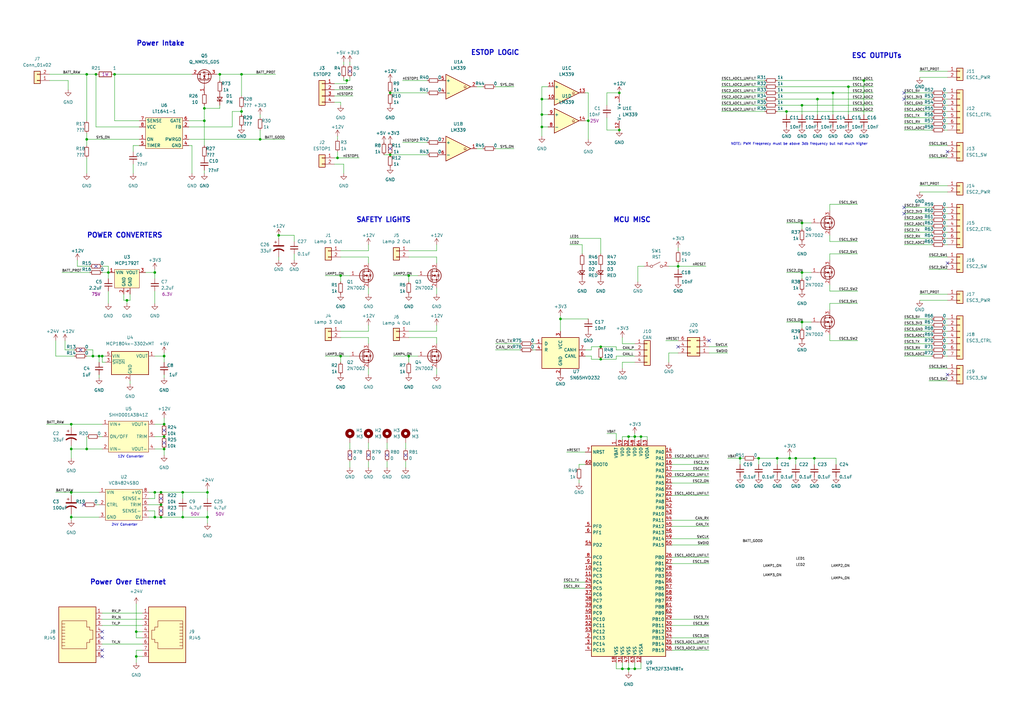
<source format=kicad_sch>
(kicad_sch (version 20211123) (generator eeschema)
  (paper "A3")
  (junction (at 323.85 187.96))
  (junction (at 66.04 207.01))
  (junction (at 29.21 212.09))
  (junction (at 278.13 109.22))
  (junction (at 254 38.1))
  (junction (at 354.33 33.02))
  (junction (at 241.3 49.53))
  (junction (at 328.93 111.76))
  (junction (at 106.68 57.15))
  (junction (at 66.04 212.09))
  (junction (at 254 53.34))
  (junction (at 83.82 49.53))
  (junction (at 99.06 45.72))
  (junction (at 85.09 212.09))
  (junction (at 99.06 30.48))
  (junction (at 222.25 40.64))
  (junction (at 74.93 201.93))
  (junction (at 139.7 146.05))
  (junction (at 38.1 146.05))
  (junction (at 90.17 30.48))
  (junction (at 29.21 173.99))
  (junction (at 222.25 52.07))
  (junction (at 35.56 184.15))
  (junction (at 63.5 201.93))
  (junction (at 335.28 40.64))
  (junction (at 55.88 259.08))
  (junction (at 35.56 30.48))
  (junction (at 260.35 179.07))
  (junction (at 328.93 132.08))
  (junction (at 167.64 113.03))
  (junction (at 63.5 212.09))
  (junction (at 322.58 45.72))
  (junction (at 334.01 187.96))
  (junction (at 29.21 201.93))
  (junction (at 74.93 212.09))
  (junction (at 328.93 43.18))
  (junction (at 66.04 201.93))
  (junction (at 257.81 274.32))
  (junction (at 160.02 38.1))
  (junction (at 326.39 187.96))
  (junction (at 341.63 38.1))
  (junction (at 39.37 30.48))
  (junction (at 318.77 187.96))
  (junction (at 262.89 179.07))
  (junction (at 85.09 201.93))
  (junction (at 246.38 142.24))
  (junction (at 222.25 46.99))
  (junction (at 52.07 123.19))
  (junction (at 328.93 91.44))
  (junction (at 46.99 30.48))
  (junction (at 257.81 179.07))
  (junction (at 139.7 113.03))
  (junction (at 55.88 269.24))
  (junction (at 67.31 173.99))
  (junction (at 142.24 33.02))
  (junction (at 114.3 96.52))
  (junction (at 83.82 44.45))
  (junction (at 303.53 187.96))
  (junction (at 255.27 274.32))
  (junction (at 67.31 179.07))
  (junction (at 67.31 146.05))
  (junction (at 138.43 64.77))
  (junction (at 63.5 111.76))
  (junction (at 44.45 111.76))
  (junction (at 347.98 35.56))
  (junction (at 160.02 63.5))
  (junction (at 29.21 184.15))
  (junction (at 67.31 184.15))
  (junction (at 41.91 146.05))
  (junction (at 167.64 146.05))
  (junction (at 311.15 187.96))
  (junction (at 229.87 130.81))
  (junction (at 35.56 57.15))
  (junction (at 246.38 147.32))
  (junction (at 260.35 274.32))
  (junction (at 40.64 146.05))
  (no_connect (at 66.04 209.55))
  (no_connect (at 66.04 204.47))
  (no_connect (at 33.02 143.51))
  (no_connect (at 370.84 87.63))
  (no_connect (at 370.84 85.09))
  (no_connect (at 388.62 153.67))
  (no_connect (at 388.62 62.23))
  (no_connect (at 290.83 139.7))
  (no_connect (at 278.13 142.24))
  (no_connect (at 143.51 186.69))
  (no_connect (at 388.62 107.95))
  (no_connect (at 143.51 29.21))
  (no_connect (at 39.37 109.22))
  (no_connect (at 151.13 186.69))
  (no_connect (at 166.37 186.69))
  (no_connect (at 158.75 186.69))
  (no_connect (at 34.29 207.01))
  (no_connect (at 160.02 60.96))
  (no_connect (at 67.31 181.61))
  (no_connect (at 67.31 176.53))
  (no_connect (at 41.91 266.7))
  (no_connect (at 41.91 259.08))
  (no_connect (at 41.91 269.24))
  (no_connect (at 41.91 261.62))
  (no_connect (at 370.84 38.1))
  (no_connect (at 370.84 40.64))
  (wire (pts (xy 275.59 264.16) (xy 290.83 264.16)))
  (wire (pts (xy 29.21 173.99) (xy 41.91 173.99)))
  (wire (pts (xy 387.35 38.1) (xy 388.62 38.1)))
  (wire (pts (xy 318.77 187.96) (xy 311.15 187.96)))
  (wire (pts (xy 167.64 146.05) (xy 171.45 146.05)))
  (wire (pts (xy 260.35 271.78) (xy 260.35 274.32)))
  (wire (pts (xy 377.19 120.65) (xy 388.62 120.65)))
  (wire (pts (xy 35.56 54.61) (xy 35.56 57.15)))
  (wire (pts (xy 44.45 111.76) (xy 44.45 114.3)))
  (wire (pts (xy 275.59 213.36) (xy 290.83 213.36)))
  (wire (pts (xy 252.73 271.78) (xy 252.73 274.32)))
  (wire (pts (xy 167.64 113.03) (xy 167.64 115.57)))
  (wire (pts (xy 54.61 62.23) (xy 54.61 59.69)))
  (wire (pts (xy 77.47 52.07) (xy 95.25 52.07)))
  (wire (pts (xy 252.73 274.32) (xy 255.27 274.32)))
  (wire (pts (xy 142.24 33.02) (xy 140.97 33.02)))
  (wire (pts (xy 29.21 184.15) (xy 29.21 187.96)))
  (wire (pts (xy 151.13 102.87) (xy 151.13 100.33)))
  (wire (pts (xy 255.27 271.78) (xy 255.27 274.32)))
  (wire (pts (xy 275.59 256.54) (xy 290.83 256.54)))
  (wire (pts (xy 295.91 35.56) (xy 313.69 35.56)))
  (wire (pts (xy 63.5 173.99) (xy 67.31 173.99)))
  (wire (pts (xy 99.06 44.45) (xy 99.06 45.72)))
  (wire (pts (xy 295.91 45.72) (xy 313.69 45.72)))
  (wire (pts (xy 252.73 146.05) (xy 260.35 146.05)))
  (wire (pts (xy 377.19 31.75) (xy 388.62 31.75)))
  (wire (pts (xy 370.84 53.34) (xy 382.27 53.34)))
  (wire (pts (xy 151.13 135.89) (xy 151.13 133.35)))
  (wire (pts (xy 60.96 207.01) (xy 66.04 207.01)))
  (wire (pts (xy 328.93 111.76) (xy 328.93 114.3)))
  (wire (pts (xy 257.81 179.07) (xy 255.27 179.07)))
  (wire (pts (xy 222.25 40.64) (xy 224.79 40.64)))
  (wire (pts (xy 25.4 111.76) (xy 36.83 111.76)))
  (wire (pts (xy 340.36 99.06) (xy 351.79 99.06)))
  (wire (pts (xy 143.51 31.75) (xy 143.51 33.02)))
  (wire (pts (xy 370.84 43.18) (xy 382.27 43.18)))
  (wire (pts (xy 341.63 38.1) (xy 341.63 46.99)))
  (wire (pts (xy 160.02 63.5) (xy 175.26 63.5)))
  (wire (pts (xy 309.88 187.96) (xy 311.15 187.96)))
  (wire (pts (xy 295.91 33.02) (xy 313.69 33.02)))
  (wire (pts (xy 40.64 146.05) (xy 41.91 146.05)))
  (wire (pts (xy 381 151.13) (xy 388.62 151.13)))
  (wire (pts (xy 255.27 179.07) (xy 255.27 180.34)))
  (wire (pts (xy 222.25 52.07) (xy 224.79 52.07)))
  (wire (pts (xy 370.84 97.79) (xy 382.27 97.79)))
  (wire (pts (xy 29.21 184.15) (xy 35.56 184.15)))
  (wire (pts (xy 387.35 40.64) (xy 388.62 40.64)))
  (wire (pts (xy 167.64 113.03) (xy 171.45 113.03)))
  (wire (pts (xy 340.36 104.14) (xy 351.79 104.14)))
  (wire (pts (xy 328.93 91.44) (xy 328.93 93.98)))
  (wire (pts (xy 38.1 146.05) (xy 40.64 146.05)))
  (wire (pts (xy 274.32 144.78) (xy 274.32 148.59)))
  (wire (pts (xy 90.17 44.45) (xy 90.17 43.18)))
  (wire (pts (xy 262.89 179.07) (xy 265.43 179.07)))
  (wire (pts (xy 370.84 48.26) (xy 382.27 48.26)))
  (wire (pts (xy 35.56 57.15) (xy 35.56 59.69)))
  (wire (pts (xy 54.61 59.69) (xy 57.15 59.69)))
  (wire (pts (xy 19.05 173.99) (xy 29.21 173.99)))
  (wire (pts (xy 387.35 43.18) (xy 388.62 43.18)))
  (wire (pts (xy 255.27 138.43) (xy 255.27 140.97)))
  (wire (pts (xy 275.59 190.5) (xy 290.83 190.5)))
  (wire (pts (xy 318.77 187.96) (xy 318.77 190.5)))
  (wire (pts (xy 377.19 78.74) (xy 388.62 78.74)))
  (wire (pts (xy 340.36 83.82) (xy 340.36 86.36)))
  (wire (pts (xy 387.35 53.34) (xy 388.62 53.34)))
  (wire (pts (xy 55.88 269.24) (xy 58.42 269.24)))
  (wire (pts (xy 41.91 148.59) (xy 41.91 146.05)))
  (wire (pts (xy 354.33 33.02) (xy 358.14 33.02)))
  (wire (pts (xy 257.81 274.32) (xy 257.81 275.59)))
  (wire (pts (xy 260.35 274.32) (xy 262.89 274.32)))
  (wire (pts (xy 167.64 105.41) (xy 179.07 105.41)))
  (wire (pts (xy 106.68 53.34) (xy 106.68 57.15)))
  (wire (pts (xy 41.91 146.05) (xy 43.18 146.05)))
  (wire (pts (xy 275.59 215.9) (xy 290.83 215.9)))
  (wire (pts (xy 342.9 187.96) (xy 342.9 190.5)))
  (wire (pts (xy 318.77 38.1) (xy 341.63 38.1)))
  (wire (pts (xy 54.61 67.31) (xy 54.61 71.12)))
  (wire (pts (xy 151.13 105.41) (xy 151.13 107.95)))
  (wire (pts (xy 29.21 212.09) (xy 40.64 212.09)))
  (wire (pts (xy 41.91 251.46) (xy 58.42 251.46)))
  (wire (pts (xy 318.77 35.56) (xy 347.98 35.56)))
  (wire (pts (xy 328.93 132.08) (xy 332.74 132.08)))
  (wire (pts (xy 139.7 138.43) (xy 151.13 138.43)))
  (wire (pts (xy 387.35 133.35) (xy 388.62 133.35)))
  (wire (pts (xy 252.73 142.24) (xy 246.38 142.24)))
  (wire (pts (xy 224.79 35.56) (xy 222.25 35.56)))
  (wire (pts (xy 195.58 60.96) (xy 198.12 60.96)))
  (wire (pts (xy 55.88 266.7) (xy 55.88 269.24)))
  (wire (pts (xy 233.68 97.79) (xy 246.38 97.79)))
  (wire (pts (xy 90.17 30.48) (xy 99.06 30.48)))
  (wire (pts (xy 275.59 261.62) (xy 290.83 261.62)))
  (wire (pts (xy 106.68 46.99) (xy 106.68 48.26)))
  (wire (pts (xy 88.9 30.48) (xy 90.17 30.48)))
  (wire (pts (xy 335.28 40.64) (xy 335.28 46.99)))
  (wire (pts (xy 323.85 187.96) (xy 318.77 187.96)))
  (wire (pts (xy 195.58 35.56) (xy 198.12 35.56)))
  (wire (pts (xy 63.5 201.93) (xy 63.5 204.47)))
  (wire (pts (xy 158.75 181.61) (xy 158.75 184.15)))
  (wire (pts (xy 262.89 274.32) (xy 262.89 271.78)))
  (wire (pts (xy 165.1 33.02) (xy 175.26 33.02)))
  (wire (pts (xy 290.83 142.24) (xy 298.45 142.24)))
  (wire (pts (xy 387.35 135.89) (xy 388.62 135.89)))
  (wire (pts (xy 387.35 92.71) (xy 388.62 92.71)))
  (wire (pts (xy 370.84 85.09) (xy 382.27 85.09)))
  (wire (pts (xy 167.64 138.43) (xy 179.07 138.43)))
  (wire (pts (xy 318.77 43.18) (xy 328.93 43.18)))
  (wire (pts (xy 222.25 46.99) (xy 222.25 40.64)))
  (wire (pts (xy 63.5 119.38) (xy 63.5 124.46)))
  (wire (pts (xy 133.35 113.03) (xy 139.7 113.03)))
  (wire (pts (xy 278.13 109.22) (xy 278.13 110.49)))
  (wire (pts (xy 20.32 30.48) (xy 35.56 30.48)))
  (wire (pts (xy 114.3 105.41) (xy 114.3 106.68)))
  (wire (pts (xy 179.07 118.11) (xy 179.07 120.65)))
  (wire (pts (xy 241.3 57.15) (xy 241.3 49.53)))
  (wire (pts (xy 248.92 48.26) (xy 248.92 53.34)))
  (wire (pts (xy 323.85 186.69) (xy 323.85 187.96)))
  (wire (pts (xy 231.14 238.76) (xy 240.03 238.76)))
  (wire (pts (xy 74.93 201.93) (xy 74.93 204.47)))
  (wire (pts (xy 60.96 201.93) (xy 63.5 201.93)))
  (wire (pts (xy 35.56 179.07) (xy 35.56 184.15)))
  (wire (pts (xy 275.59 198.12) (xy 290.83 198.12)))
  (wire (pts (xy 262.89 179.07) (xy 262.89 180.34)))
  (wire (pts (xy 63.5 179.07) (xy 67.31 179.07)))
  (wire (pts (xy 237.49 190.5) (xy 240.03 190.5)))
  (wire (pts (xy 248.92 53.34) (xy 254 53.34)))
  (wire (pts (xy 151.13 151.13) (xy 151.13 153.67)))
  (wire (pts (xy 240.03 146.05) (xy 242.57 146.05)))
  (wire (pts (xy 55.88 247.65) (xy 55.88 259.08)))
  (wire (pts (xy 248.92 38.1) (xy 254 38.1)))
  (wire (pts (xy 151.13 138.43) (xy 151.13 140.97)))
  (wire (pts (xy 41.91 254) (xy 58.42 254)))
  (wire (pts (xy 387.35 97.79) (xy 388.62 97.79)))
  (wire (pts (xy 85.09 201.93) (xy 74.93 201.93)))
  (wire (pts (xy 137.16 34.29) (xy 142.24 34.29)))
  (wire (pts (xy 370.84 87.63) (xy 382.27 87.63)))
  (wire (pts (xy 99.06 30.48) (xy 99.06 39.37)))
  (wire (pts (xy 85.09 212.09) (xy 85.09 214.63)))
  (wire (pts (xy 322.58 132.08) (xy 328.93 132.08)))
  (wire (pts (xy 58.42 266.7) (xy 55.88 266.7)))
  (wire (pts (xy 60.96 209.55) (xy 63.5 209.55)))
  (wire (pts (xy 143.51 189.23) (xy 143.51 191.77)))
  (wire (pts (xy 275.59 187.96) (xy 290.83 187.96)))
  (wire (pts (xy 114.3 96.52) (xy 114.3 97.79)))
  (wire (pts (xy 41.91 256.54) (xy 58.42 256.54)))
  (wire (pts (xy 370.84 38.1) (xy 382.27 38.1)))
  (wire (pts (xy 83.82 44.45) (xy 90.17 44.45)))
  (wire (pts (xy 387.35 140.97) (xy 388.62 140.97)))
  (wire (pts (xy 29.21 213.36) (xy 29.21 212.09)))
  (wire (pts (xy 53.34 156.21) (xy 53.34 157.48)))
  (wire (pts (xy 35.56 146.05) (xy 38.1 146.05)))
  (wire (pts (xy 370.84 100.33) (xy 382.27 100.33)))
  (wire (pts (xy 133.35 146.05) (xy 139.7 146.05)))
  (wire (pts (xy 67.31 144.78) (xy 67.31 146.05)))
  (wire (pts (xy 381 64.77) (xy 388.62 64.77)))
  (wire (pts (xy 275.59 193.04) (xy 290.83 193.04)))
  (wire (pts (xy 85.09 209.55) (xy 85.09 212.09)))
  (wire (pts (xy 274.32 109.22) (xy 278.13 109.22)))
  (wire (pts (xy 137.16 39.37) (xy 144.78 39.37)))
  (wire (pts (xy 246.38 142.24) (xy 242.57 142.24)))
  (wire (pts (xy 22.86 201.93) (xy 29.21 201.93)))
  (wire (pts (xy 265.43 179.07) (xy 265.43 180.34)))
  (wire (pts (xy 311.15 187.96) (xy 311.15 190.5)))
  (wire (pts (xy 139.7 113.03) (xy 139.7 115.57)))
  (wire (pts (xy 248.92 43.18) (xy 248.92 38.1)))
  (wire (pts (xy 77.47 59.69) (xy 78.74 59.69)))
  (wire (pts (xy 242.57 142.24) (xy 242.57 143.51)))
  (wire (pts (xy 26.67 139.7) (xy 26.67 143.51)))
  (wire (pts (xy 203.2 60.96) (xy 210.82 60.96)))
  (wire (pts (xy 370.84 133.35) (xy 382.27 133.35)))
  (wire (pts (xy 63.5 201.93) (xy 66.04 201.93)))
  (wire (pts (xy 140.97 25.4) (xy 140.97 26.67)))
  (wire (pts (xy 237.49 196.85) (xy 237.49 198.12)))
  (wire (pts (xy 387.35 48.26) (xy 388.62 48.26)))
  (wire (pts (xy 83.82 43.18) (xy 83.82 44.45)))
  (wire (pts (xy 30.48 143.51) (xy 26.67 143.51)))
  (wire (pts (xy 303.53 187.96) (xy 303.53 190.5)))
  (wire (pts (xy 229.87 130.81) (xy 229.87 135.89)))
  (wire (pts (xy 318.77 33.02) (xy 354.33 33.02)))
  (wire (pts (xy 298.45 187.96) (xy 303.53 187.96)))
  (wire (pts (xy 41.91 111.76) (xy 44.45 111.76)))
  (wire (pts (xy 120.65 96.52) (xy 120.65 99.06)))
  (wire (pts (xy 334.01 187.96) (xy 342.9 187.96)))
  (wire (pts (xy 203.2 143.51) (xy 213.36 143.51)))
  (wire (pts (xy 275.59 195.58) (xy 290.83 195.58)))
  (wire (pts (xy 120.65 104.14) (xy 120.65 106.68)))
  (wire (pts (xy 328.93 91.44) (xy 332.74 91.44)))
  (wire (pts (xy 151.13 181.61) (xy 151.13 184.15)))
  (wire (pts (xy 78.74 59.69) (xy 78.74 71.12)))
  (wire (pts (xy 387.35 90.17) (xy 388.62 90.17)))
  (wire (pts (xy 57.15 52.07) (xy 39.37 52.07)))
  (wire (pts (xy 39.37 30.48) (xy 39.37 52.07)))
  (wire (pts (xy 275.59 203.2) (xy 290.83 203.2)))
  (wire (pts (xy 55.88 269.24) (xy 55.88 271.78)))
  (wire (pts (xy 165.1 58.42) (xy 175.26 58.42)))
  (wire (pts (xy 139.7 135.89) (xy 151.13 135.89)))
  (wire (pts (xy 340.36 119.38) (xy 351.79 119.38)))
  (wire (pts (xy 328.93 111.76) (xy 332.74 111.76)))
  (wire (pts (xy 370.84 95.25) (xy 382.27 95.25)))
  (wire (pts (xy 142.24 34.29) (xy 142.24 33.02)))
  (wire (pts (xy 334.01 187.96) (xy 334.01 190.5)))
  (wire (pts (xy 238.76 104.14) (xy 238.76 100.33)))
  (wire (pts (xy 63.5 204.47) (xy 60.96 204.47)))
  (wire (pts (xy 203.2 140.97) (xy 213.36 140.97)))
  (wire (pts (xy 106.68 57.15) (xy 116.84 57.15)))
  (wire (pts (xy 83.82 69.85) (xy 83.82 71.12)))
  (wire (pts (xy 370.84 138.43) (xy 382.27 138.43)))
  (wire (pts (xy 387.35 146.05) (xy 388.62 146.05)))
  (wire (pts (xy 22.86 146.05) (xy 30.48 146.05)))
  (wire (pts (xy 35.56 30.48) (xy 39.37 30.48)))
  (wire (pts (xy 326.39 187.96) (xy 326.39 190.5)))
  (wire (pts (xy 29.21 173.99) (xy 29.21 175.26)))
  (wire (pts (xy 41.91 264.16) (xy 58.42 264.16)))
  (wire (pts (xy 387.35 130.81) (xy 388.62 130.81)))
  (wire (pts (xy 29.21 210.82) (xy 29.21 212.09)))
  (wire (pts (xy 323.85 187.96) (xy 326.39 187.96)))
  (wire (pts (xy 161.29 146.05) (xy 167.64 146.05)))
  (wire (pts (xy 29.21 201.93) (xy 40.64 201.93)))
  (wire (pts (xy 179.07 102.87) (xy 179.07 100.33)))
  (wire (pts (xy 387.35 143.51) (xy 388.62 143.51)))
  (wire (pts (xy 252.73 143.51) (xy 252.73 142.24)))
  (wire (pts (xy 370.84 135.89) (xy 382.27 135.89)))
  (wire (pts (xy 52.07 123.19) (xy 50.8 123.19)))
  (wire (pts (xy 59.69 111.76) (xy 63.5 111.76)))
  (wire (pts (xy 27.94 33.02) (xy 27.94 36.83)))
  (wire (pts (xy 257.81 271.78) (xy 257.81 274.32)))
  (wire (pts (xy 63.5 212.09) (xy 66.04 212.09)))
  (wire (pts (xy 53.34 120.65) (xy 53.34 123.19)))
  (wire (pts (xy 222.25 46.99) (xy 224.79 46.99)))
  (wire (pts (xy 252.73 180.34) (xy 252.73 177.8)))
  (wire (pts (xy 273.05 139.7) (xy 278.13 139.7)))
  (wire (pts (xy 138.43 62.23) (xy 138.43 64.77)))
  (wire (pts (xy 260.35 179.07) (xy 260.35 180.34)))
  (wire (pts (xy 257.81 179.07) (xy 257.81 180.34)))
  (wire (pts (xy 99.06 30.48) (xy 113.03 30.48)))
  (wire (pts (xy 295.91 38.1) (xy 313.69 38.1)))
  (wire (pts (xy 381 156.21) (xy 388.62 156.21)))
  (wire (pts (xy 67.31 171.45) (xy 67.31 173.99)))
  (wire (pts (xy 275.59 223.52) (xy 290.83 223.52)))
  (wire (pts (xy 83.82 44.45) (xy 83.82 49.53)))
  (wire (pts (xy 29.21 182.88) (xy 29.21 184.15)))
  (wire (pts (xy 241.3 49.53) (xy 241.3 38.1)))
  (wire (pts (xy 233.68 100.33) (xy 238.76 100.33)))
  (wire (pts (xy 50.8 120.65) (xy 50.8 123.19)))
  (wire (pts (xy 151.13 189.23) (xy 151.13 191.77)))
  (wire (pts (xy 40.64 179.07) (xy 41.91 179.07)))
  (wire (pts (xy 322.58 91.44) (xy 328.93 91.44)))
  (wire (pts (xy 260.35 177.8) (xy 260.35 179.07)))
  (wire (pts (xy 139.7 105.41) (xy 151.13 105.41)))
  (wire (pts (xy 260.35 148.59) (xy 255.27 148.59)))
  (wire (pts (xy 179.07 138.43) (xy 179.07 140.97)))
  (wire (pts (xy 260.35 179.07) (xy 257.81 179.07)))
  (wire (pts (xy 347.98 35.56) (xy 358.14 35.56)))
  (wire (pts (xy 387.35 100.33) (xy 388.62 100.33)))
  (wire (pts (xy 40.64 146.05) (xy 40.64 148.59)))
  (wire (pts (xy 157.48 63.5) (xy 160.02 63.5)))
  (wire (pts (xy 377.19 29.21) (xy 388.62 29.21)))
  (wire (pts (xy 46.99 30.48) (xy 46.99 49.53)))
  (wire (pts (xy 340.36 139.7) (xy 340.36 137.16)))
  (wire (pts (xy 278.13 109.22) (xy 278.13 107.95)))
  (wire (pts (xy 31.75 106.68) (xy 31.75 109.22)))
  (wire (pts (xy 139.7 146.05) (xy 143.51 146.05)))
  (wire (pts (xy 370.84 130.81) (xy 382.27 130.81)))
  (wire (pts (xy 242.57 143.51) (xy 240.03 143.51)))
  (wire (pts (xy 83.82 49.53) (xy 83.82 59.69)))
  (wire (pts (xy 387.35 50.8) (xy 388.62 50.8)))
  (wire (pts (xy 377.19 123.19) (xy 388.62 123.19)))
  (wire (pts (xy 246.38 104.14) (xy 246.38 97.79)))
  (wire (pts (xy 252.73 143.51) (xy 260.35 143.51)))
  (wire (pts (xy 63.5 184.15) (xy 67.31 184.15)))
  (wire (pts (xy 99.06 45.72) (xy 99.06 46.99)))
  (wire (pts (xy 218.44 140.97) (xy 219.71 140.97)))
  (wire (pts (xy 60.96 212.09) (xy 63.5 212.09)))
  (wire (pts (xy 137.16 67.31) (xy 140.97 67.31)))
  (wire (pts (xy 387.35 95.25) (xy 388.62 95.25)))
  (wire (pts (xy 278.13 101.6) (xy 278.13 102.87)))
  (wire (pts (xy 222.25 35.56) (xy 222.25 40.64)))
  (wire (pts (xy 218.44 143.51) (xy 219.71 143.51)))
  (wire (pts (xy 137.16 36.83) (xy 144.78 36.83)))
  (wire (pts (xy 295.91 40.64) (xy 313.69 40.64)))
  (wire (pts (xy 85.09 212.09) (xy 74.93 212.09)))
  (wire (pts (xy 231.14 241.3) (xy 240.03 241.3)))
  (wire (pts (xy 340.36 83.82) (xy 351.79 83.82)))
  (wire (pts (xy 85.09 201.93) (xy 85.09 204.47)))
  (wire (pts (xy 138.43 64.77) (xy 137.16 64.77)))
  (wire (pts (xy 22.86 139.7) (xy 22.86 146.05)))
  (wire (pts (xy 318.77 45.72) (xy 322.58 45.72)))
  (wire (pts (xy 387.35 85.09) (xy 388.62 85.09)))
  (wire (pts (xy 43.18 148.59) (xy 41.91 148.59)))
  (wire (pts (xy 20.32 33.02) (xy 27.94 33.02)))
  (wire (pts (xy 260.35 140.97) (xy 255.27 140.97)))
  (wire (pts (xy 354.33 33.02) (xy 354.33 46.99)))
  (wire (pts (xy 74.93 209.55) (xy 74.93 212.09)))
  (wire (pts (xy 264.16 109.22) (xy 261.62 109.22)))
  (wire (pts (xy 39.37 207.01) (xy 40.64 207.01)))
  (wire (pts (xy 137.16 41.91) (xy 139.7 41.91)))
  (wire (pts (xy 139.7 102.87) (xy 151.13 102.87)))
  (wire (pts (xy 240.03 49.53) (xy 241.3 49.53)))
  (wire (pts (xy 151.13 118.11) (xy 151.13 120.65)))
  (wire (pts (xy 166.37 181.61) (xy 166.37 184.15)))
  (wire (pts (xy 340.36 124.46) (xy 340.36 127)))
  (wire (pts (xy 255.27 148.59) (xy 255.27 151.13)))
  (wire (pts (xy 167.64 135.89) (xy 179.07 135.89)))
  (wire (pts (xy 77.47 57.15) (xy 106.68 57.15)))
  (wire (pts (xy 35.56 143.51) (xy 38.1 143.51)))
  (wire (pts (xy 222.25 52.07) (xy 222.25 55.88)))
  (wire (pts (xy 381 105.41) (xy 388.62 105.41)))
  (wire (pts (xy 143.51 181.61) (xy 143.51 184.15)))
  (wire (pts (xy 261.62 109.22) (xy 261.62 115.57)))
  (wire (pts (xy 167.64 102.87) (xy 179.07 102.87)))
  (wire (pts (xy 55.88 261.62) (xy 55.88 259.08)))
  (wire (pts (xy 303.53 187.96) (xy 304.8 187.96)))
  (wire (pts (xy 160.02 38.1) (xy 175.26 38.1)))
  (wire (pts (xy 370.84 92.71) (xy 382.27 92.71)))
  (wire (pts (xy 46.99 49.53) (xy 57.15 49.53)))
  (wire (pts (xy 229.87 129.54) (xy 229.87 130.81)))
  (wire (pts (xy 328.93 132.08) (xy 328.93 134.62)))
  (wire (pts (xy 341.63 38.1) (xy 358.14 38.1)))
  (wire (pts (xy 370.84 90.17) (xy 382.27 90.17)))
  (wire (pts (xy 370.84 143.51) (xy 382.27 143.51)))
  (wire (pts (xy 52.07 123.19) (xy 53.34 123.19)))
  (wire (pts (xy 340.36 104.14) (xy 340.36 106.68)))
  (wire (pts (xy 67.31 146.05) (xy 67.31 148.59)))
  (wire (pts (xy 35.56 57.15) (xy 57.15 57.15)))
  (wire (pts (xy 167.64 146.05) (xy 167.64 148.59)))
  (wire (pts (xy 387.35 45.72) (xy 388.62 45.72)))
  (wire (pts (xy 237.49 191.77) (xy 237.49 190.5)))
  (wire (pts (xy 255.27 274.32) (xy 257.81 274.32)))
  (wire (pts (xy 381 59.69) (xy 388.62 59.69)))
  (wire (pts (xy 46.99 30.48) (xy 78.74 30.48)))
  (wire (pts (xy 95.25 45.72) (xy 99.06 45.72)))
  (wire (pts (xy 377.19 76.2) (xy 388.62 76.2)))
  (wire (pts (xy 275.59 228.6) (xy 290.83 228.6)))
  (wire (pts (xy 318.77 40.64) (xy 335.28 40.64)))
  (wire (pts (xy 63.5 111.76) (xy 63.5 114.3)))
  (wire (pts (xy 63.5 110.49) (xy 63.5 111.76)))
  (wire (pts (xy 275.59 231.14) (xy 290.83 231.14)))
  (wire (pts (xy 139.7 146.05) (xy 139.7 148.59)))
  (wire (pts (xy 229.87 130.81) (xy 241.3 130.81)))
  (wire (pts (xy 63.5 146.05) (xy 67.31 146.05)))
  (wire (pts (xy 232.41 185.42) (xy 240.03 185.42)))
  (wire (pts (xy 63.5 209.55) (xy 63.5 212.09)))
  (wire (pts (xy 35.56 184.15) (xy 41.91 184.15)))
  (wire (pts (xy 95.25 52.07) (xy 95.25 45.72)))
  (wire (pts (xy 295.91 43.18) (xy 313.69 43.18)))
  (wire (pts (xy 38.1 143.51) (xy 38.1 146.05)))
  (wire (pts (xy 40.64 153.67) (xy 40.64 154.94)))
  (wire (pts (xy 260.35 179.07) (xy 262.89 179.07)))
  (wire (pts (xy 67.31 184.15) (xy 67.31 186.69)))
  (wire (pts (xy 36.83 109.22) (xy 31.75 109.22)))
  (wire (pts (xy 242.57 147.32) (xy 246.38 147.32)))
  (wire (pts (xy 179.07 151.13) (xy 179.07 153.67)))
  (wire (pts (xy 241.3 38.1) (xy 240.03 38.1)))
  (wire (pts (xy 370.84 146.05) (xy 382.27 146.05)))
  (wire (pts (xy 275.59 266.7) (xy 290.83 266.7)))
  (wire (pts (xy 77.47 49.53) (xy 83.82 49.53)))
  (wire (pts (xy 44.45 119.38) (xy 44.45 124.46)))
  (wire (pts (xy 340.36 119.38) (xy 340.36 116.84)))
  (wire (pts (xy 252.73 147.32) (xy 252.73 146.05)))
  (wire (pts (xy 35.56 30.48) (xy 35.56 49.53)))
  (wire (pts (xy 290.83 144.78) (xy 298.45 144.78)))
  (wire (pts (xy 370.84 45.72) (xy 382.27 45.72)))
  (wire (pts (xy 29.21 203.2) (xy 29.21 201.93)))
  (wire (pts (xy 347.98 35.56) (xy 347.98 46.99)))
  (wire (pts (xy 138.43 64.77) (xy 147.32 64.77)))
  (wire (pts (xy 158.75 189.23) (xy 158.75 191.77)))
  (wire (pts (xy 52.07 124.46) (xy 52.07 123.19)))
  (wire (pts (xy 252.73 177.8) (xy 248.92 177.8)))
  (wire (pts (xy 138.43 55.88) (xy 138.43 57.15)))
  (wire (pts (xy 66.04 201.93) (xy 74.93 201.93)))
  (wire (pts (xy 58.42 261.62) (xy 55.88 261.62)))
  (wire (pts (xy 387.35 138.43) (xy 388.62 138.43)))
  (wire (pts (xy 370.84 50.8) (xy 382.27 50.8)))
  (wire (pts (xy 328.93 43.18) (xy 358.14 43.18)))
  (wire (pts (xy 90.17 30.48) (xy 90.17 33.02)))
  (wire (pts (xy 246.38 147.32) (xy 252.73 147.32)))
  (wire (pts (xy 278.13 109.22) (xy 289.56 109.22)))
  (wire (pts (xy 140.97 67.31) (xy 140.97 71.12)))
  (wire (pts (xy 41.91 109.22) (xy 44.45 109.22)))
  (wire (pts (xy 322.58 111.76) (xy 328.93 111.76)))
  (wire (pts (xy 67.31 153.67) (xy 67.31 154.94)))
  (wire (pts (xy 275.59 254) (xy 290.83 254)))
  (wire (pts (xy 381 110.49) (xy 388.62 110.49)))
  (wire (pts (xy 387.35 87.63) (xy 388.62 87.63)))
  (wire (pts (xy 179.07 105.41) (xy 179.07 107.95)))
  (wire (pts (xy 326.39 187.96) (xy 334.01 187.96)))
  (wire (pts (xy 179.07 135.89) (xy 179.07 133.35)))
  (wire (pts (xy 142.24 33.02) (xy 143.51 33.02)))
  (wire (pts (xy 340.36 99.06) (xy 340.36 96.52)))
  (wire (pts (xy 35.56 64.77) (xy 35.56 71.12)))
  (wire (pts (xy 278.13 144.78) (xy 274.32 144.78)))
  (wire (pts (xy 55.88 259.08) (xy 58.42 259.08)))
  (wire (pts (xy 242.57 146.05) (xy 242.57 147.32)))
  (wire (pts (xy 340.36 124.46) (xy 351.79 124.46)))
  (wire (pts (xy 322.58 45.72) (xy 358.14 45.72)))
  (wire (pts (xy 328.93 43.18) (xy 328.93 46.99)))
  (wire (pts (xy 275.59 220.98) (xy 290.83 220.98)))
  (wire (pts (xy 322.58 45.72) (xy 322.58 46.99)))
  (wire (pts (xy 222.25 46.99) (xy 222.25 52.07)))
  (wire (pts (xy 120.65 96.52) (xy 114.3 96.52)))
  (wire (pts (xy 370.84 140.97) (xy 382.27 140.97)))
  (wire (pts (xy 85.09 200.66) (xy 85.09 201.93)))
  (wire (pts (xy 340.36 139.7) (xy 351.79 139.7)))
  (wire (pts (xy 66.04 212.09) (xy 74.93 212.09)))
  (wire (pts (xy 166.37 189.23) (xy 166.37 191.77)))
  (wire (pts (xy 260.35 274.32) (xy 257.81 274.32)))
  (wire (pts (xy 203.2 35.56) (xy 210.82 35.56)))
  (wire (pts (xy 140.97 31.75) (xy 140.97 33.02)))
  (wire (pts (xy 139.7 113.03) (xy 143.51 113.03)))
  (wire (pts (xy 370.84 40.64) (xy 382.27 40.64)))
  (wire (pts (xy 139.7 41.91) (xy 139.7 43.18)))
  (wire (pts (xy 44.45 109.22) (xy 44.45 111.76)))
  (wire (pts (xy 143.51 25.4) (xy 143.51 26.67)))
  (wire (pts (xy 161.29 113.03) (xy 167.64 113.03)))
  (wire (pts (xy 335.28 40.64) (xy 358.14 40.64)))
  (text "12V Converter" (at 48.26 187.96 0) (effects (font (size 0.99 0.99)) (justify left bottom)))
  (text "Sense Resistor:\nI_limit = 47mV/Rsense\n\nFB Pin:\nCompared against 1.233V reference to pull PWRGOOD high" (at -24.13 -8.89 0) (effects (font (size 1.27 1.27)) (justify left bottom)))
  (text "NOTE: PWM Freqenecy must be above 3db frequency but not much higher" (at 299.72 59.69 0) (effects (font (size 0.99 0.99)) (justify left bottom)))
  (text "POWER CONVERTERS" (at 35.56 97.79 0) (effects (font (size 2 2) (thickness 0.4) bold) (justify left bottom)))
  (text "Power Intake\n" (at 55.88 19.05 0) (effects (font (size 2 2) bold) (justify left bottom)))
  (text "SAFETY LIGHTS" (at 146.05 91.44 0) (effects (font (size 2 2) bold) (justify left bottom)))
  (text "ESC OUTPUTs\n" (at 349.25 24.13 0) (effects (font (size 2 2) bold) (justify left bottom)))
  (text "Power Over Ethernet" (at 36.83 240.03 0) (effects (font (size 2 2) bold) (justify left bottom)))
  (text "24V Converter" (at 45.72 215.9 0) (effects (font (size 0.99 0.99)) (justify left bottom)))
  (text "ESTOP LOGIC" (at 193.04 22.86 0) (effects (font (size 2 2) bold) (justify left bottom)))
  (text "MCU MISC" (at 251.46 91.44 0) (effects (font (size 2 2) bold) (justify left bottom)))
  (label "ESC2_SW1" (at 381 105.41 0) (effects (font (size 0.99 0.99))))
  (label "ESTOP2" (at 144.78 36.83 180) (effects (font (size 0.99 0.99))))
  (label "ESC2_ADC2_UNFILT" (at 290.83 195.58 180) (effects (font (size 0.99 0.99))))
  (label "ESC2_RX" (at 290.83 193.04 180) (effects (font (size 0.99 0.99))))
  (label "ESC3_ON" (at 322.58 132.08 0) (effects (font (size 0.99 0.99))))
  (label "ESC1_ADC2" (at 358.14 35.56 180) (effects (font (size 0.99 0.99))))
  (label "CAN_TX" (at 290.83 215.9 180) (effects (font (size 0.99 0.99))))
  (label "BATT_PROT" (at 113.03 30.48 180) (effects (font (size 0.99 0.99))))
  (label "ESC2_ADC2" (at 370.84 100.33 0) (effects (font (size 0.99 0.99))))
  (label "VBAT" (at 298.45 187.96 0) (effects (font (size 0.99 0.99))))
  (label "ESC1_TX" (at 370.84 48.26 0) (effects (font (size 0.99 0.99))))
  (label "ESC2_3V3" (at 370.84 87.63 0) (effects (font (size 0.99 0.99))))
  (label "nESTOP2" (at 144.78 39.37 180) (effects (font (size 0.99 0.99))))
  (label "ESC3_ADC2" (at 358.14 45.72 180) (effects (font (size 0.99 0.99))))
  (label "BATT_RAW" (at 22.86 201.93 0) (effects (font (size 0.99 0.99))))
  (label "ESC1_ADC1_UNFILT" (at 290.83 203.2 180) (effects (font (size 0.99 0.99))))
  (label "ESC3_ADC1_UNFILT" (at 295.91 43.18 0) (effects (font (size 0.99 0.99))))
  (label "LED1" (at 326.39 229.87 0) (effects (font (size 0.99 0.99))))
  (label "ESC3_3V3" (at 370.84 133.35 0) (effects (font (size 0.99 0.99))))
  (label "ESC3_ADC2_UNFILT" (at 290.83 266.7 180) (effects (font (size 0.99 0.99))))
  (label "LAMP4_ON" (at 161.29 146.05 0) (effects (font (size 0.99 0.99))))
  (label "ESC2_GND" (at 370.84 90.17 0) (effects (font (size 0.99 0.99))))
  (label "CAN_RX" (at 203.2 143.51 0))
  (label "nRESET" (at 232.41 185.42 0) (effects (font (size 0.99 0.99))))
  (label "ESC1_ADC1" (at 370.84 45.72 0) (effects (font (size 0.99 0.99))))
  (label "ESC1_ADC1_UNFILT" (at 295.91 33.02 0) (effects (font (size 0.99 0.99))))
  (label "ESC3_TX" (at 370.84 140.97 0) (effects (font (size 0.99 0.99))))
  (label "LAMP3_ON" (at 133.35 146.05 0) (effects (font (size 0.99 0.99))))
  (label "ESC3_ADC2_UNFILT" (at 295.91 45.72 0) (effects (font (size 0.99 0.99))))
  (label "nRESET" (at 273.05 139.7 0) (effects (font (size 0.99 0.99))))
  (label "SYS_ON" (at 210.82 35.56 180) (effects (font (size 0.99 0.99))))
  (label "SYS_ON" (at 39.37 57.15 0) (effects (font (size 0.99 0.99))))
  (label "ESC2_ADC1" (at 370.84 92.71 0) (effects (font (size 0.99 0.99))))
  (label "CAN_TX" (at 203.2 140.97 0))
  (label "BATT_PROT" (at 25.4 111.76 0) (effects (font (size 0.99 0.99))))
  (label "nRESET" (at 289.56 109.22 180) (effects (font (size 0.99 0.99))))
  (label "ESC1_ADC2_UNFILT" (at 290.83 228.6 180) (effects (font (size 0.99 0.99))))
  (label "CAN_RX" (at 290.83 213.36 180) (effects (font (size 0.99 0.99))))
  (label "ESC2_ADC1" (at 358.14 38.1 180) (effects (font (size 0.99 0.99))))
  (label "ESC1_SW1" (at 381 59.69 0) (effects (font (size 0.99 0.99))))
  (label "SWDIO" (at 298.45 144.78 180) (effects (font (size 0.99 0.99))))
  (label "ESC2_5V" (at 370.84 85.09 0) (effects (font (size 0.99 0.99))))
  (label "VBAT" (at 248.92 177.8 0) (effects (font (size 0.99 0.99))))
  (label "ESC1_3V3" (at 370.84 40.64 0) (effects (font (size 0.99 0.99))))
  (label "LAMP3_ON" (at 312.8907 236.6257 0) (effects (font (size 0.99 0.99))))
  (label "LAMP2_ON" (at 340.8307 232.8157 0) (effects (font (size 0.99 0.99))))
  (label "ESC2_RX" (at 370.84 97.79 0) (effects (font (size 0.99 0.99))))
  (label "ESC3_5V" (at 370.84 130.81 0) (effects (font (size 0.99 0.99))))
  (label "BATT_PROT" (at 377.19 120.65 0) (effects (font (size 0.99 0.99))))
  (label "ESC3_SW2" (at 351.79 139.7 180) (effects (font (size 0.99 0.99))))
  (label "ESC2_ON" (at 290.83 198.12 180) (effects (font (size 0.99 0.99))))
  (label "ESC3_ADC1" (at 358.14 43.18 180) (effects (font (size 0.99 0.99))))
  (label "TX_P" (at 45.72 256.54 0) (effects (font (size 0.99 0.99))))
  (label "nESTOP2" (at 165.1 58.42 0) (effects (font (size 0.99 0.99))))
  (label "ESC2_ADC2_UNFILT" (at 295.91 40.64 0) (effects (font (size 0.99 0.99))))
  (label "LED2" (at 326.39 232.41 0) (effects (font (size 0.99 0.99))))
  (label "BATT_RAW" (at 33.02 30.48 180) (effects (font (size 0.99 0.99))))
  (label "ESC1_ADC2_UNFILT" (at 295.91 35.56 0) (effects (font (size 0.99 0.99))))
  (label "nESTOP1" (at 147.32 64.77 180) (effects (font (size 0.99 0.99))))
  (label "ESC2_TX" (at 290.83 190.5 180) (effects (font (size 0.99 0.99))))
  (label "SWCLK" (at 290.83 220.98 180) (effects (font (size 0.99 0.99))))
  (label "ESC1_ADC1" (at 358.14 33.02 180) (effects (font (size 0.99 0.99))))
  (label "ESC2_ADC2" (at 358.14 40.64 180) (effects (font (size 0.99 0.99))))
  (label "RX_N" (at 45.72 254 0) (effects (font (size 0.99 0.99))))
  (label "SWDIO" (at 290.83 223.52 180) (effects (font (size 0.99 0.99))))
  (label "ESC3_SW2" (at 381 156.21 0) (effects (font (size 0.99 0.99))))
  (label "ESC2_SW2" (at 381 110.49 0) (effects (font (size 0.99 0.99))))
  (label "ESC3_ADC1_UNFILT" (at 290.83 264.16 180) (effects (font (size 0.99 0.99))))
  (label "ESC2_SW1" (at 351.79 104.14 180) (effects (font (size 0.99 0.99))))
  (label "CAN_P" (at 255.27 143.51 0) (effects (font (size 0.99 0.99))))
  (label "SWCLK" (at 298.45 142.24 180) (effects (font (size 0.99 0.99))))
  (label "ESC1_ADC2" (at 370.84 53.34 0) (effects (font (size 0.99 0.99))))
  (label "BATT_GOOD" (at 116.84 57.15 180) (effects (font (size 0.99 0.99))))
  (label "ESC1_ON" (at 322.58 91.44 0) (effects (font (size 0.99 0.99))))
  (label "ESC2_TX" (at 370.84 95.25 0) (effects (font (size 0.99 0.99))))
  (label "ESC1_TX" (at 231.14 238.76 0) (effects (font (size 0.99 0.99))))
  (label "ESC3_SW1" (at 351.79 124.46 180) (effects (font (size 0.99 0.99))))
  (label "LAMP1_ON" (at 312.8907 232.8157 0) (effects (font (size 0.99 0.99))))
  (label "ESC3_ADC1" (at 370.84 138.43 0) (effects (font (size 0.99 0.99))))
  (label "ESC1_RX" (at 231.14 241.3 0) (effects (font (size 0.99 0.99))))
  (label "LAMP4_ON" (at 340.8307 237.8957 0) (effects (font (size 0.99 0.99))))
  (label "ESC3_GND" (at 370.84 135.89 0) (effects (font (size 0.99 0.99))))
  (label "ESC2_ON" (at 322.58 111.76 0) (effects (font (size 0.99 0.99))))
  (label "ESC1_SW2" (at 351.79 99.06 180) (effects (font (size 0.99 0.99))))
  (label "ESC2_SW2" (at 351.79 119.38 180) (effects (font (size 0.99 0.99))))
  (label "ESC1_SW1" (at 351.79 83.82 180) (effects (font (size 0.99 0.99))))
  (label "LAMP2_ON" (at 161.29 113.03 0) (effects (font (size 0.99 0.99))))
  (label "ESC3_ON" (at 290.83 261.62 180) (effects (font (size 0.99 0.99))))
  (label "CAN_L" (at 255.27 146.05 0) (effects (font (size 0.99 0.99))))
  (label "RX_P" (at 45.72 251.46 0) (effects (font (size 0.99 0.99))))
  (label "ESC1_RX" (at 370.84 50.8 0) (effects (font (size 0.99 0.99))))
  (label "nESTOP1" (at 165.1 33.02 0) (effects (font (size 0.99 0.99))))
  (label "BATT_RAW" (at 19.05 173.99 0) (effects (font (size 0.99 0.99))))
  (label "ESC2_ADC1_UNFILT" (at 295.91 38.1 0) (effects (font (size 0.99 0.99))))
  (label "BATT_PROT" (at 377.19 29.21 0) (effects (font (size 0.99 0.99))))
  (label "ESC1_5V" (at 370.84 38.1 0) (effects (font (size 0.99 0.99))))
  (label "ESC3_SW1" (at 381 151.13 0) (effects (font (size 0.99 0.99))))
  (label "ESC1_SW2" (at 381 64.77 0) (effects (font (size 0.99 0.99))))
  (label "LED2" (at 233.68 100.33 0) (effects (font (size 0.99 0.99))))
  (label "ESC1_GND" (at 370.84 43.18 0) (effects (font (size 0.99 0.99))))
  (label "SYS_ON" (at 210.82 60.96 180) (effects (font (size 0.99 0.99))))
  (label "LED1" (at 233.68 97.79 0) (effects (font (size 0.99 0.99))))
  (label "ESC3_RX" (at 370.84 143.51 0) (effects (font (size 0.99 0.99))))
  (label "ESC3_TX" (at 290.83 254 180) (effects (font (size 0.99 0.99))))
  (label "ESC3_ADC2" (at 370.84 146.05 0) (effects (font (size 0.99 0.99))))
  (label "BATT_PROT" (at 377.19 76.2 0) (effects (font (size 0.99 0.99))))
  (label "BATT_GOOD" (at 312.8907 222.6557 180) (effects (font (size 0.99 0.99))))
  (label "ESC1_ON" (at 290.83 231.14 180) (effects (font (size 0.99 0.99))))
  (label "TX_N" (at 45.72 264.16 0) (effects (font (size 0.99 0.99))))
  (label "ESC2_ADC1_UNFILT" (at 290.83 187.96 180) (effects (font (size 0.99 0.99))))
  (label "LAMP1_ON" (at 133.35 113.03 0) (effects (font (size 0.99 0.99))))
  (label "ESC3_RX" (at 290.83 256.54 180) (effects (font (size 0.99 0.99))))
  (symbol (lib_id "power:+3V3") (at 143.51 25.4 0) (unit 1)
    (property "Reference" "#PWR0144" (effects hide))
    (property "Value" "+3V3" (at 144.78 21.59 0))
  )
  (symbol (lib_id "Connector_Generic:Conn_01x02") (at 393.7 76.2 0) (unit 1)
    (property "Reference" "J14" (at 396.24 76.1999 0) (effects (justify left)))
    (property "Value" "ESC2_PWR" (at 396.24 78.7399 0) (effects (justify left)))
    (property "Footprint" "Connector_Molex:Molex_Mini-Fit_Sr_42820-22XX_1x02_P10.00mm_Horizontal" (effects hide))
    (property "Digikey" "0428202224-ND" (effects hide))
  )
  (symbol (lib_id "power:+24V") (at 85.09 200.66 0) (unit 1)
    (property "Reference" "#PWR0114" (effects hide))
    (property "Value" "+24V" (at 85.09 196.85 0))
  )
  (symbol (lib_id "power:GND") (at 328.93 99.06 0) (unit 1)
    (property "Reference" "#PWR0132" (effects hide))
    (property "Value" "GND" (at 328.93 104.14 0))
  )
  (symbol (lib_id "Mechanical:MountingHole_Pad") (at 166.37 179.07 0) (unit 1)
    (property "Reference" "H4" (at 168.91 176.5299 0) (effects (justify left)))
    (property "Value" "M3" (at 168.91 179.0699 0) (effects (justify left)))
    (property "Footprint" "MountingHole:MountingHole_3.2mm_M3_Pad_Via" (effects hide))
  )
  (symbol (lib_id "Device:R_Small") (at 66.04 204.47 180) (unit 1)
    (property "Reference" "R22" (at 68.58 203.1999 0) (effects (justify right)))
    (property "Value" "10k" (at 68.58 205.7399 0) (effects (justify right)))
    (property "Footprint" "Resistor_SMD:R_0603_1608Metric" (effects hide))
  )
  (symbol (lib_id "power:GND") (at 328.93 139.7 0) (unit 1)
    (property "Reference" "#PWR0137" (effects hide))
    (property "Value" "GND" (at 328.93 143.51 0))
  )
  (symbol (lib_id "Device:C_Small") (at 74.93 207.01 180) (unit 1)
    (property "Reference" "C9" (at 77.47 205.7335 0) (effects (justify right)))
    (property "Value" "4.7uF" (at 77.47 208.2735 0) (effects (justify right)))
    (property "Footprint" "Capacitor_SMD:C_0805_2012Metric" (effects hide))
    (property "Voltage" "50V" (at 80.01 210.82 0))
  )
  (symbol (lib_id "power:GND") (at 347.98 52.07 0) (unit 1)
    (property "Reference" "#PWR0134" (effects hide))
    (property "Value" "GND" (at 347.98 55.88 0))
  )
  (symbol (lib_id "Regulator_Linear:MCP1804x-3302xMT") (at 53.34 148.59 0) (unit 1)
    (property "Reference" "U4" (at 53.34 138.43 0))
    (property "Value" "MCP1804x-3302xMT" (at 53.34 140.97 0))
    (property "Footprint" "Package_TO_SOT_SMD:SOT-89-5" (effects hide))
    (property "Datasheet" "http://ww1.microchip.com/downloads/en/DeviceDoc/20002200D.pdf" (effects hide))
    (property "Digikey" "MCP1804T-3302I/MTTR-ND" (effects hide))
  )
  (symbol (lib_id "Device:R_Small") (at 384.81 133.35 90) (unit 1)
    (property "Reference" "R67" (at 381 132.08 90))
    (property "Value" "0" (at 387.35 132.08 90))
    (property "Footprint" "Resistor_SMD:R_0603_1608Metric" (effects hide))
  )
  (symbol (lib_id "Device:R_Small") (at 177.8 63.5 90) (unit 1)
    (property "Reference" "R43" (at 173.99 62.23 90))
    (property "Value" "0" (at 180.34 62.23 90))
    (property "Footprint" "Resistor_SMD:R_0603_1608Metric" (effects hide))
  )
  (symbol (lib_id "Device:R_Small") (at 143.51 29.21 0) (unit 1)
    (property "Reference" "R5" (at 144.78 27.94 0) (effects (justify left)))
    (property "Value" "0" (at 146.05 30.4799 0) (effects (justify right)))
    (property "Footprint" "Resistor_SMD:R_0603_1608Metric" (effects hide))
  )
  (symbol (lib_id "Device:R_Small") (at 160.02 60.96 0) (unit 1)
    (property "Reference" "R11" (at 162.56 59.69 0))
    (property "Value" "1k" (at 162.56 62.23 0))
    (property "Footprint" "Resistor_SMD:R_0603_1608Metric" (effects hide))
  )
  (symbol (lib_id "power:GND") (at 257.81 275.59 0) (unit 1)
    (property "Reference" "#PWR011" (effects hide))
    (property "Value" "GND" (at 257.81 280.67 0))
  )
  (symbol (lib_id "Device:R_Small") (at 316.23 40.64 90) (unit 1)
    (property "Reference" "R34" (at 312.42 39.37 90))
    (property "Value" "1k" (at 320.04 39.37 90))
    (property "Footprint" "Resistor_SMD:R_0603_1608Metric" (effects hide))
  )
  (symbol (lib_id "power:GND") (at 151.13 191.77 0) (unit 1)
    (property "Reference" "#PWR0169" (effects hide))
    (property "Value" "GND" (at 151.13 195.58 0))
  )
  (symbol (lib_id "Transistor_FET:2N7002") (at 176.53 146.05 0) (unit 1)
    (property "Reference" "Q4" (at 170.18 148.59 0) (effects (justify left)))
    (property "Value" "2N7002" (at 170.18 151.13 0) (effects (justify left)))
    (property "Footprint" "Package_TO_SOT_SMD:SOT-23" (effects hide))
    (property "Datasheet" "https://www.onsemi.com/pub/Collateral/NDS7002A-D.PDF" (effects hide))
    (property "Digikey" "2N7002A-7DICT-ND" (effects hide))
  )
  (symbol (lib_id "power:GND") (at 78.74 71.12 0) (unit 1)
    (property "Reference" "#PWR0104" (effects hide))
    (property "Value" "GND" (at 78.74 76.2 0))
  )
  (symbol (lib_id "power:+3V3") (at 278.13 101.6 0) (mirror y) (unit 1)
    (property "Reference" "#PWR014" (effects hide))
    (property "Value" "+3V3" (at 278.13 97.79 0))
  )
  (symbol (lib_id "power:+12V") (at 31.75 106.68 0) (unit 1)
    (property "Reference" "#PWR0118" (effects hide))
    (property "Value" "+12V" (at 31.75 102.87 0))
  )
  (symbol (lib_id "Comparator:LM339") (at 187.96 35.56 0) (unit 1)
    (property "Reference" "U1" (at 187.96 25.4 0))
    (property "Value" "LM339" (at 187.96 27.94 0))
    (property "Footprint" "Package_SO:SOIC-14_3.9x8.7mm_P1.27mm" (effects hide))
    (property "Datasheet" "https://www.st.com/resource/en/datasheet/lm139.pdf" (effects hide))
  )
  (symbol (lib_id "power:GND") (at 166.37 191.77 0) (unit 1)
    (property "Reference" "#PWR0170" (effects hide))
    (property "Value" "GND" (at 166.37 195.58 0))
  )
  (symbol (lib_id "Connector_Generic:Conn_02x03_Odd_Even") (at 285.75 142.24 180) (unit 1)
    (property "Reference" "J20" (at 284.48 133.35 0))
    (property "Value" "SWD" (at 284.48 135.89 0))
    (property "Footprint" "Connector_PinSocket_1.27mm:PinSocket_2x03_P1.27mm_Vertical" (effects hide))
    (property "Digikey" "S9015E-03-ND" (effects hide))
  )
  (symbol (lib_id "Device:R_Small") (at 167.64 118.11 0) (mirror y) (unit 1)
    (property "Reference" "R6" (at 165.1 116.84 0))
    (property "Value" "1k" (at 165.1 119.38 0))
    (property "Footprint" "Resistor_SMD:R_0603_1608Metric" (effects hide))
  )
  (symbol (lib_id "Device:C_Small") (at 63.5 116.84 180) (unit 1)
    (property "Reference" "C7" (at 66.04 115.5635 0) (effects (justify right)))
    (property "Value" "2.2uF" (at 66.04 118.1035 0) (effects (justify right)))
    (property "Footprint" "Capacitor_SMD:C_0805_2012Metric" (effects hide))
    (property "Voltage" "6.3V" (at 68.58 120.65 0))
  )
  (symbol (lib_id "Connector_Generic:Conn_01x04") (at 132.08 36.83 0) (mirror y) (unit 1)
    (property "Reference" "J3" (at 132.08 27.94 0))
    (property "Value" "ESTOP2" (at 132.08 30.48 0))
    (property "Footprint" "Connector_JST:JST_PH_B4B-PH-K_1x04_P2.00mm_Vertical" (effects hide))
    (property "LCSC" "C566011" (effects hide))
  )
  (symbol (lib_id "Device:LED_Small") (at 238.76 111.76 90) (unit 1)
    (property "Reference" "D2" (at 241.3 110.4264 90) (effects (justify right)))
    (property "Value" "RED" (at 241.3 112.9664 90) (effects (justify right)))
    (property "Footprint" "LED_SMD:LED_0603_1608Metric" (effects hide))
  )
  (symbol (lib_id "power:GND") (at 158.75 191.77 0) (unit 1)
    (property "Reference" "#PWR0171" (effects hide))
    (property "Value" "GND" (at 158.75 195.58 0))
  )
  (symbol (lib_id "Comparator:LM339") (at 256.54 45.72 0) (unit 5)
    (property "Reference" "U1" (at 255.27 44.4499 0) (effects (justify left)))
    (property "Value" "LM339" (at 255.27 46.9899 0) (effects (justify left)))
    (property "Footprint" "Package_SO:SOIC-14_3.9x8.7mm_P1.27mm" (effects hide))
    (property "Datasheet" "https://www.st.com/resource/en/datasheet/lm139.pdf" (effects hide))
  )
  (symbol (lib_id "Device:R_Small") (at 38.1 179.07 90) (unit 1)
    (property "Reference" "R20" (at 34.29 177.8 90))
    (property "Value" "0" (at 40.64 177.8 90))
    (property "Footprint" "Resistor_SMD:R_0603_1608Metric" (effects hide))
  )
  (symbol (lib_id "Device:R_Small") (at 33.02 146.05 90) (unit 1)
    (property "Reference" "R14" (at 29.21 144.78 90))
    (property "Value" "0" (at 35.56 144.78 90))
    (property "Footprint" "Resistor_SMD:R_0603_1608Metric" (effects hide))
  )
  (symbol (lib_id "power:+3V3") (at 106.68 46.99 0) (unit 1)
    (property "Reference" "#PWR0102" (effects hide))
    (property "Value" "+3V3" (at 106.68 43.18 0))
  )
  (symbol (lib_id "Device:R_Small") (at 157.48 60.96 0) (mirror y) (unit 1)
    (property "Reference" "R8" (at 154.94 59.69 0))
    (property "Value" "1k" (at 154.94 62.23 0))
    (property "Footprint" "Resistor_SMD:R_0603_1608Metric" (effects hide))
  )
  (symbol (lib_id "Device:C_Small") (at 85.09 207.01 180) (unit 1)
    (property "Reference" "C25" (at 87.63 205.7335 0) (effects (justify right)))
    (property "Value" "4.7uF" (at 87.63 208.2735 0) (effects (justify right)))
    (property "Footprint" "Capacitor_SMD:C_0805_2012Metric" (effects hide))
    (property "Voltage" "50V" (at 90.17 210.82 0))
  )
  (symbol (lib_id "power:+5V") (at 67.31 144.78 0) (unit 1)
    (property "Reference" "#PWR02" (effects hide))
    (property "Value" "+5V" (at 67.31 140.97 0))
  )
  (symbol (lib_id "Device:C_Small") (at 347.98 49.53 0) (unit 1)
    (property "Reference" "C15" (at 349.25 48.26 0) (effects (justify left)))
    (property "Value" "10nF" (at 349.25 52.07 0) (effects (justify left)))
    (property "Footprint" "Capacitor_SMD:C_0603_1608Metric" (effects hide))
  )
  (symbol (lib_id "power:GND") (at 29.21 187.96 0) (unit 1)
    (property "Reference" "#PWR0111" (effects hide))
    (property "Value" "GND" (at 29.21 193.04 0))
  )
  (symbol (lib_id "power:GND") (at 334.01 195.58 0) (unit 1)
    (property "Reference" "#PWR021" (effects hide))
    (property "Value" "GND" (at 334.01 199.39 0))
  )
  (symbol (lib_id "Device:C_Small") (at 318.77 193.04 0) (unit 1)
    (property "Reference" "C21" (at 320.04 190.5 0) (effects (justify left)))
    (property "Value" "0.1uF" (at 320.04 195.58 0) (effects (justify left)))
    (property "Footprint" "Capacitor_SMD:C_0805_2012Metric" (effects hide))
  )
  (symbol (lib_id "power:+12V") (at 114.3 96.52 0) (unit 1)
    (property "Reference" "#PWR0167" (effects hide))
    (property "Value" "+12V" (at 114.3 92.71 0))
  )
  (symbol (lib_id "Transistor_FET:2N7002") (at 337.82 132.08 0) (unit 1)
    (property "Reference" "Q8" (at 330.2 134.62 0) (effects (justify left)))
    (property "Value" "2N7002" (at 330.2 137.16 0) (effects (justify left)))
    (property "Footprint" "Package_TO_SOT_SMD:SOT-23" (effects hide))
    (property "Datasheet" "https://www.onsemi.com/pub/Collateral/NDS7002A-D.PDF" (effects hide))
    (property "Digikey" "2N7002A-7DICT-ND" (effects hide))
  )
  (symbol (lib_id "Device:R_Small") (at 33.02 143.51 90) (unit 1)
    (property "Reference" "R13" (at 29.21 142.24 90))
    (property "Value" "0" (at 35.56 142.24 90))
    (property "Footprint" "Resistor_SMD:R_0603_1608Metric" (effects hide))
  )
  (symbol (lib_id "Device:R_Small") (at 83.82 62.23 0) (unit 1)
    (property "Reference" "R27" (at 86.36 60.96 0))
    (property "Value" "???" (at 86.36 63.5 0))
    (property "Footprint" "Resistor_SMD:R_0603_1608Metric" (effects hide))
  )
  (symbol (lib_id "Connector_Generic:Conn_01x02") (at 15.24 33.02 180) (unit 1)
    (property "Reference" "J7" (at 15.24 24.13 0))
    (property "Value" "Conn_01x02" (at 15.24 26.67 0))
    (property "Footprint" "Connector_Molex:Molex_Mini-Fit_Sr_42820-22XX_1x02_P10.00mm_Horizontal" (effects hide))
    (property "Digikey" "0428202224-ND" (effects hide))
  )
  (symbol (lib_id "Device:R_Small") (at 90.17 35.56 0) (unit 1)
    (property "Reference" "R73" (at 92.71 34.29 0))
    (property "Value" "1k" (at 92.71 36.83 0))
    (property "Footprint" "Resistor_SMD:R_0603_1608Metric" (effects hide))
  )
  (symbol (lib_id "Device:R_Small") (at 36.83 207.01 90) (unit 1)
    (property "Reference" "R19" (at 33.02 205.74 90))
    (property "Value" "0" (at 39.37 205.74 90))
    (property "Footprint" "Resistor_SMD:R_0603_1608Metric" (effects hide))
  )
  (symbol (lib_id "Device:R_Small") (at 99.06 41.91 0) (unit 1)
    (property "Reference" "R28" (at 101.6 40.64 0))
    (property "Value" "???" (at 101.6 43.18 0))
    (property "Footprint" "Resistor_SMD:R_0603_1608Metric" (effects hide))
  )
  (symbol (lib_id "Device:C_Small") (at 342.9 193.04 0) (unit 1)
    (property "Reference" "C24" (at 344.17 190.5 0) (effects (justify left)))
    (property "Value" "0.1uF" (at 344.17 195.58 0) (effects (justify left)))
    (property "Footprint" "Capacitor_SMD:C_0805_2012Metric" (effects hide))
  )
  (symbol (lib_id "Device:R_Small") (at 140.97 29.21 0) (mirror y) (unit 1)
    (property "Reference" "R4" (at 139.7 27.94 0) (effects (justify left)))
    (property "Value" "0" (at 138.43 30.4799 0) (effects (justify right)))
    (property "Footprint" "Resistor_SMD:R_0603_1608Metric" (effects hide))
  )
  (symbol (lib_id "power:GND") (at 335.28 52.07 0) (unit 1)
    (property "Reference" "#PWR0125" (effects hide))
    (property "Value" "GND" (at 335.28 55.88 0))
  )
  (symbol (lib_id "power:+3V3") (at 63.5 110.49 0) (unit 1)
    (property "Reference" "#PWR01" (effects hide))
    (property "Value" "+3V3" (at 63.5 106.68 0))
  )
  (symbol (lib_id "Mechanical:MountingHole_Pad") (at 151.13 179.07 0) (unit 1)
    (property "Reference" "H2" (at 153.67 176.5299 0) (effects (justify left)))
    (property "Value" "M3" (at 153.67 179.0699 0) (effects (justify left)))
    (property "Footprint" "MountingHole:MountingHole_3.2mm_M3_Pad_Via" (effects hide))
  )
  (symbol (lib_id "Device:C_Small") (at 328.93 49.53 0) (unit 1)
    (property "Reference" "C12" (at 330.2 48.26 0) (effects (justify left)))
    (property "Value" "10nF" (at 330.2 52.07 0) (effects (justify left)))
    (property "Footprint" "Capacitor_SMD:C_0603_1608Metric" (effects hide))
  )
  (symbol (lib_id "power:GND") (at 140.97 71.12 0) (unit 1)
    (property "Reference" "#PWR0152" (effects hide))
    (property "Value" "GND" (at 140.97 76.2 0))
  )
  (symbol (lib_id "power:GND") (at 27.94 36.83 0) (unit 1)
    (property "Reference" "#PWR0101" (effects hide))
    (property "Value" "GND" (at 27.94 41.91 0))
  )
  (symbol (lib_id "Mechanical:MountingHole_Pad") (at 143.51 179.07 0) (unit 1)
    (property "Reference" "H1" (at 146.05 176.5299 0) (effects (justify left)))
    (property "Value" "M3" (at 146.05 179.0699 0) (effects (justify left)))
    (property "Footprint" "MountingHole:MountingHole_3.2mm_M3_Pad_Via" (effects hide))
  )
  (symbol (lib_id "Device:R_Small") (at 384.81 53.34 90) (unit 1)
    (property "Reference" "R58" (at 381 52.07 90))
    (property "Value" "0" (at 387.35 52.07 90))
    (property "Footprint" "Resistor_SMD:R_0603_1608Metric" (effects hide))
  )
  (symbol (lib_id "Device:R_Small") (at 384.81 135.89 90) (unit 1)
    (property "Reference" "R68" (at 381 134.62 90))
    (property "Value" "0" (at 387.35 134.62 90))
    (property "Footprint" "Resistor_SMD:R_0603_1608Metric" (effects hide))
  )
  (symbol (lib_id "power:GND") (at 179.07 153.67 0) (unit 1)
    (property "Reference" "#PWR0148" (effects hide))
    (property "Value" "GND" (at 179.07 158.75 0))
  )
  (symbol (lib_id "Device:LED_Small") (at 246.38 111.76 90) (unit 1)
    (property "Reference" "D3" (at 248.92 110.4264 90) (effects (justify right)))
    (property "Value" "RED" (at 248.92 112.9664 90) (effects (justify right)))
    (property "Footprint" "LED_SMD:LED_0603_1608Metric" (effects hide))
  )
  (symbol (lib_id "Device:C_Small") (at 341.63 49.53 0) (unit 1)
    (property "Reference" "C14" (at 342.9 48.26 0) (effects (justify left)))
    (property "Value" "10nF" (at 342.9 52.07 0) (effects (justify left)))
    (property "Footprint" "Capacitor_SMD:C_0603_1608Metric" (effects hide))
  )
  (symbol (lib_id "power:GND") (at 254 53.34 0) (unit 1)
    (property "Reference" "#PWR0140" (effects hide))
    (property "Value" "GND" (at 254 58.42 0))
  )
  (symbol (lib_id "Device:C_Small") (at 334.01 193.04 0) (unit 1)
    (property "Reference" "C23" (at 335.28 190.5 0) (effects (justify left)))
    (property "Value" "0.1uF" (at 335.28 195.58 0) (effects (justify left)))
    (property "Footprint" "Capacitor_SMD:C_0805_2012Metric" (effects hide))
  )
  (symbol (lib_id "Device:R_Small") (at 316.23 45.72 90) (unit 1)
    (property "Reference" "R36" (at 312.42 44.45 90))
    (property "Value" "1k" (at 320.04 44.45 90))
    (property "Footprint" "Resistor_SMD:R_0603_1608Metric" (effects hide))
  )
  (symbol (lib_id "power:GND") (at 114.3 106.68 0) (unit 1)
    (property "Reference" "#PWR0166" (effects hide))
    (property "Value" "GND" (at 114.3 110.49 0))
  )
  (symbol (lib_id "Device:R_Small") (at 39.37 111.76 90) (unit 1)
    (property "Reference" "R16" (at 35.56 110.49 90))
    (property "Value" "0" (at 41.91 110.49 90))
    (property "Footprint" "Resistor_SMD:R_0603_1608Metric" (effects hide))
  )
  (symbol (lib_id "power:GND") (at 328.93 52.07 0) (unit 1)
    (property "Reference" "#PWR0124" (effects hide))
    (property "Value" "GND" (at 328.93 55.88 0))
  )
  (symbol (lib_id "power:GND") (at 67.31 154.94 0) (unit 1)
    (property "Reference" "#PWR0107" (effects hide))
    (property "Value" "GND" (at 67.31 160.02 0))
  )
  (symbol (lib_id "Device:R_Small") (at 139.7 118.11 0) (mirror y) (unit 1)
    (property "Reference" "R1" (at 137.16 116.84 0))
    (property "Value" "1k" (at 137.16 119.38 0))
    (property "Footprint" "Resistor_SMD:R_0603_1608Metric" (effects hide))
  )
  (symbol (lib_id "power:GND") (at 143.51 191.77 0) (unit 1)
    (property "Reference" "#PWR0168" (effects hide))
    (property "Value" "GND" (at 143.51 195.58 0))
  )
  (symbol (lib_id "Device:C_Small") (at 303.53 193.04 0) (unit 1)
    (property "Reference" "C19" (at 304.8 190.5 0) (effects (justify left)))
    (property "Value" "0.1uF" (at 304.8 195.58 0) (effects (justify left)))
    (property "Footprint" "Capacitor_SMD:C_0805_2012Metric" (effects hide))
  )
  (symbol (lib_id "Device:R_Small") (at 83.82 40.64 0) (mirror x) (unit 1)
    (property "Reference" "R26" (at 81.28 39.3699 0) (effects (justify right)))
    (property "Value" "10" (at 81.28 41.9099 0) (effects (justify right)))
    (property "Footprint" "Resistor_SMD:R_0603_1608Metric" (effects hide))
  )
  (symbol (lib_id "Device:R_Small") (at 384.81 45.72 90) (unit 1)
    (property "Reference" "R55" (at 381 44.45 90))
    (property "Value" "0" (at 387.35 44.45 90))
    (property "Footprint" "Resistor_SMD:R_0603_1608Metric" (effects hide))
  )
  (symbol (lib_id "power:+5V") (at 157.48 58.42 0) (mirror y) (unit 1)
    (property "Reference" "#PWR0164" (effects hide))
    (property "Value" "+5V" (at 156.21 54.61 0))
  )
  (symbol (lib_id "power:+12V") (at 138.43 55.88 0) (unit 1)
    (property "Reference" "#PWR0150" (effects hide))
    (property "Value" "+12V" (at 138.43 52.07 0))
  )
  (symbol (lib_id "Switch:SW_SPST") (at 269.24 109.22 0) (unit 1)
    (property "Reference" "SW1" (at 269.24 102.87 0))
    (property "Value" "RST" (at 269.24 105.41 0))
    (property "Footprint" "Button_Switch_SMD:SW_SPST_B3SL-1022P" (effects hide))
  )
  (symbol (lib_id "power:GND") (at 53.34 157.48 0) (unit 1)
    (property "Reference" "#PWR0109" (effects hide))
    (property "Value" "GND" (at 53.34 162.56 0))
  )
  (symbol (lib_id "Device:R_Small") (at 246.38 144.78 0) (unit 1)
    (property "Reference" "R48" (at 247.65 143.51 0) (effects (justify left)))
    (property "Value" "120" (at 247.65 146.05 0) (effects (justify left)))
    (property "Footprint" "Resistor_SMD:R_0603_1608Metric" (effects hide))
  )
  (symbol (lib_id "power:+12V") (at 151.13 133.35 0) (unit 1)
    (property "Reference" "#PWR0153" (effects hide))
    (property "Value" "+12V" (at 151.13 129.54 0))
  )
  (symbol (lib_id "Device:R_Small") (at 67.31 181.61 180) (unit 1)
    (property "Reference" "R25" (at 68.58 180.34 0) (effects (justify right)))
    (property "Value" "10k" (at 68.58 182.88 0) (effects (justify right)))
    (property "Footprint" "Resistor_SMD:R_0603_1608Metric" (effects hide))
  )
  (symbol (lib_id "Device:C_Small") (at 335.28 49.53 0) (unit 1)
    (property "Reference" "C13" (at 336.55 48.26 0) (effects (justify left)))
    (property "Value" "10nF" (at 336.55 52.07 0) (effects (justify left)))
    (property "Footprint" "Capacitor_SMD:C_0603_1608Metric" (effects hide))
  )
  (symbol (lib_id "power:+12V") (at 254 38.1 0) (unit 1)
    (property "Reference" "#PWR0142" (effects hide))
    (property "Value" "+12V" (at 254 34.29 0))
  )
  (symbol (lib_id "Device:R_Small") (at 316.23 43.18 90) (unit 1)
    (property "Reference" "R35" (at 312.42 41.91 90))
    (property "Value" "1k" (at 320.04 41.91 90))
    (property "Footprint" "Resistor_SMD:R_0603_1608Metric" (effects hide))
  )
  (symbol (lib_id "Device:C_Small") (at 326.39 193.04 0) (unit 1)
    (property "Reference" "C22" (at 327.66 190.5 0) (effects (justify left)))
    (property "Value" "0.1uF" (at 327.66 195.58 0) (effects (justify left)))
    (property "Footprint" "Capacitor_SMD:C_0805_2012Metric" (effects hide))
  )
  (symbol (lib_id "Device:C_Small") (at 83.82 67.31 0) (unit 1)
    (property "Reference" "C10" (at 87.63 66.04 0))
    (property "Value" "??nF" (at 87.63 69.85 0))
    (property "Footprint" "Capacitor_SMD:C_0603_1608Metric" (effects hide))
  )
  (symbol (lib_id "power:GND") (at 222.25 55.88 0) (unit 1)
    (property "Reference" "#PWR0143" (effects hide))
    (property "Value" "GND" (at 222.25 60.96 0))
  )
  (symbol (lib_id "Device:R_Small") (at 215.9 140.97 90) (unit 1)
    (property "Reference" "R75" (at 212.09 139.7 90))
    (property "Value" "0" (at 218.44 139.7 90))
    (property "Footprint" "Resistor_SMD:R_0603_1608Metric" (effects hide))
  )
  (symbol (lib_id "Device:C_Small") (at 54.61 64.77 0) (unit 1)
    (property "Reference" "C6" (at 57.15 63.5 0))
    (property "Value" "??nF" (at 58.42 67.31 0))
    (property "Footprint" "Capacitor_SMD:C_0805_2012Metric" (effects hide))
  )
  (symbol (lib_id "Device:C_Polarized_US") (at 114.3 101.6 0) (unit 1)
    (property "Reference" "C26" (at 106.68 100.33 0) (effects (justify left)))
    (property "Value" "33uF" (at 106.68 102.87 0) (effects (justify left)))
    (property "Footprint" "Capacitor_THT:CP_Radial_D8.0mm_P3.50mm" (effects hide))
    (property "Datasheet" "https://www.rubycon.co.jp/wp-content/uploads/catalog-aluminum/ZLH.pdf" (effects hide))
    (property "Digikey" "1189-2152-ND" (effects hide))
  )
  (symbol (lib_id "power:+12V") (at 26.67 139.7 0) (unit 1)
    (property "Reference" "#PWR0115" (effects hide))
    (property "Value" "+12V" (at 27.94 135.89 0))
  )
  (symbol (lib_id "Connector_Generic:Conn_01x02") (at 162.56 135.89 0) (mirror y) (unit 1)
    (property "Reference" "J6" (at 162.56 129.9432 0))
    (property "Value" "Lamp 4 Out" (at 162.56 132.4832 0))
    (property "Footprint" "Connector_Molex:Molex_Micro-Fit_3.0_43650-0200_1x02_P3.00mm_Horizontal" (effects hide))
    (property "Digikey" "WM1865-ND" (effects hide))
  )
  (symbol (lib_id "Device:R_Small") (at 177.8 58.42 90) (unit 1)
    (property "Reference" "R42" (at 173.99 57.15 90))
    (property "Value" "0" (at 180.34 57.15 90))
    (property "Footprint" "Resistor_SMD:R_0603_1608Metric" (effects hide))
  )
  (symbol (lib_id "power:GND") (at 237.49 198.12 0) (unit 1)
    (property "Reference" "#PWR09" (effects hide))
    (property "Value" "GND" (at 237.49 201.93 0))
  )
  (symbol (lib_id "Device:R_Small") (at 384.81 38.1 90) (unit 1)
    (property "Reference" "R52" (at 381 36.83 90))
    (property "Value" "0" (at 387.35 36.83 90))
    (property "Footprint" "Resistor_SMD:R_0603_1608Metric" (effects hide))
  )
  (symbol (lib_id "power:GND") (at 255.27 151.13 0) (mirror y) (unit 1)
    (property "Reference" "#PWR0136" (effects hide))
    (property "Value" "GND" (at 255.27 154.94 0))
  )
  (symbol (lib_id "power:+3V3") (at 229.87 129.54 0) (mirror y) (unit 1)
    (property "Reference" "#PWR04" (effects hide))
    (property "Value" "+3V3" (at 229.87 125.73 0))
  )
  (symbol (lib_id "Device:R_Small") (at 160.02 40.64 0) (unit 1)
    (property "Reference" "R10" (at 162.56 39.37 0))
    (property "Value" "1k" (at 162.56 41.91 0))
    (property "Footprint" "Resistor_SMD:R_0603_1608Metric" (effects hide))
  )
  (symbol (lib_id "Device:R_Small") (at 167.64 151.13 0) (mirror y) (unit 1)
    (property "Reference" "R7" (at 165.1 149.86 0))
    (property "Value" "1k" (at 165.1 152.4 0))
    (property "Footprint" "Resistor_SMD:R_0603_1608Metric" (effects hide))
  )
  (symbol (lib_id "Device:C_Small") (at 120.65 101.6 0) (unit 1)
    (property "Reference" "C27" (at 121.92 99.06 0) (effects (justify left)))
    (property "Value" "0.1uF" (at 121.92 104.14 0) (effects (justify left)))
    (property "Footprint" "Capacitor_SMD:C_0805_2012Metric" (effects hide))
  )
  (symbol (lib_id "power:GND") (at 151.13 120.65 0) (unit 1)
    (property "Reference" "#PWR0154" (effects hide))
    (property "Value" "GND" (at 151.13 125.73 0))
  )
  (symbol (lib_id "power:GND") (at 241.3 57.15 0) (unit 1)
    (property "Reference" "#PWR0141" (effects hide))
    (property "Value" "GND" (at 241.3 62.23 0))
  )
  (symbol (lib_id "power:GND") (at 342.9 195.58 0) (unit 1)
    (property "Reference" "#PWR022" (effects hide))
    (property "Value" "GND" (at 342.9 199.39 0))
  )
  (symbol (lib_id "Device:R_Small") (at 384.81 90.17 90) (unit 1)
    (property "Reference" "R61" (at 381 88.9 90))
    (property "Value" "0" (at 387.35 88.9 90))
    (property "Footprint" "Resistor_SMD:R_0603_1608Metric" (effects hide))
  )
  (symbol (lib_id "Device:D_Zener_Small") (at 90.17 40.64 90) (unit 1)
    (property "Reference" "D1" (at 92.71 39.3699 90) (effects (justify right)))
    (property "Value" "PN" (at 92.71 41.91 90) (effects (justify right)))
    (property "Footprint" "Diode_SMD:D_SOD-123" (effects hide))
    (property "Digikey" "3757-BZT52-C10_R1_00001CT-ND" (effects hide))
  )
  (symbol (lib_id "Comparator:LM339") (at 232.41 38.1 0) (unit 3)
    (property "Reference" "U1" (at 232.41 27.94 0))
    (property "Value" "LM339" (at 232.41 30.48 0))
    (property "Footprint" "Package_SO:SOIC-14_3.9x8.7mm_P1.27mm" (effects hide))
    (property "Datasheet" "https://www.st.com/resource/en/datasheet/lm139.pdf" (effects hide))
  )
  (symbol (lib_id "Device:R_Small") (at 151.13 186.69 0) (unit 1)
    (property "Reference" "R79" (at 152.4 185.42 0) (effects (justify left)))
    (property "Value" "0" (at 152.4 187.96 0) (effects (justify left)))
    (property "Footprint" "Resistor_SMD:R_0603_1608Metric" (effects hide))
  )
  (symbol (lib_id "power:+12V") (at 179.07 133.35 0) (unit 1)
    (property "Reference" "#PWR0157" (effects hide))
    (property "Value" "+12V" (at 179.07 129.54 0))
  )
  (symbol (lib_id "power:+3V3") (at 160.02 58.42 0) (unit 1)
    (property "Reference" "#PWR0162" (effects hide))
    (property "Value" "+3V3" (at 161.29 54.61 0))
  )
  (symbol (lib_id "Connector_Generic:Conn_01x02") (at 134.62 102.87 0) (mirror y) (unit 1)
    (property "Reference" "J1" (at 134.62 96.52 0))
    (property "Value" "Lamp 1 Out" (at 134.62 99.06 0))
    (property "Footprint" "Connector_Molex:Molex_Micro-Fit_3.0_43650-0200_1x02_P3.00mm_Horizontal" (effects hide))
    (property "Digikey" "WM1865-ND" (effects hide))
  )
  (symbol (lib_id "Device:R_Small") (at 278.13 105.41 0) (unit 1)
    (property "Reference" "R50" (at 279.4 104.14 0) (effects (justify left)))
    (property "Value" "1k" (at 279.4 106.68 0) (effects (justify left)))
    (property "Footprint" "Resistor_SMD:R_0603_1608Metric" (effects hide))
  )
  (symbol (lib_id "power:GND") (at 83.82 71.12 0) (unit 1)
    (property "Reference" "#PWR0103" (effects hide))
    (property "Value" "GND" (at 83.82 76.2 0))
  )
  (symbol (lib_id "Connector_Generic:Conn_01x02") (at 162.56 102.87 0) (mirror y) (unit 1)
    (property "Reference" "J5" (at 162.56 96.52 0))
    (property "Value" "Lamp 2 Out" (at 162.56 99.06 0))
    (property "Footprint" "Connector_Molex:Molex_Micro-Fit_3.0_43650-0200_1x02_P3.00mm_Horizontal" (effects hide))
    (property "Digikey" "WM1865-ND" (effects hide))
  )
  (symbol (lib_id "power:GND") (at 377.19 78.74 0) (unit 1)
    (property "Reference" "#PWR0130" (effects hide))
    (property "Value" "GND" (at 377.19 82.55 0))
  )
  (symbol (lib_id "power:GND") (at 241.3 135.89 0) (mirror y) (unit 1)
    (property "Reference" "#PWR07" (effects hide))
    (property "Value" "GND" (at 241.3 139.7 0))
  )
  (symbol (lib_id "Device:R_Small") (at 384.81 97.79 90) (unit 1)
    (property "Reference" "R64" (at 381 96.52 90))
    (property "Value" "0" (at 387.35 96.52 90))
    (property "Footprint" "Resistor_SMD:R_0603_1608Metric" (effects hide))
  )
  (symbol (lib_id "Device:C_Small") (at 248.92 45.72 0) (mirror x) (unit 1)
    (property "Reference" "C1" (at 246.38 44.4435 0) (effects (justify right)))
    (property "Value" "10nF" (at 246.38 46.9835 0) (effects (justify right)))
    (property "Footprint" "Capacitor_SMD:C_0603_1608Metric" (effects hide))
    (property "Voltage" "25V" (at 243.84 49.53 0))
  )
  (symbol (lib_id "Comparator:LM339") (at 187.96 60.96 0) (unit 2)
    (property "Reference" "U1" (at 187.96 50.8 0))
    (property "Value" "LM339" (at 187.96 53.34 0))
    (property "Footprint" "Package_SO:SOIC-14_3.9x8.7mm_P1.27mm" (effects hide))
    (property "Datasheet" "https://www.st.com/resource/en/datasheet/lm139.pdf" (effects hide))
  )
  (symbol (lib_id "power:GND") (at 167.64 120.65 0) (unit 1)
    (property "Reference" "#PWR0158" (effects hide))
    (property "Value" "GND" (at 167.64 125.73 0))
  )
  (symbol (lib_id "Device:R_Small") (at 316.23 33.02 90) (unit 1)
    (property "Reference" "R31" (at 312.42 31.75 90))
    (property "Value" "1k" (at 320.04 31.75 90))
    (property "Footprint" "Resistor_SMD:R_0603_1608Metric" (effects hide))
  )
  (symbol (lib_id "interstate_symbols:LT1641-1") (at 66.04 41.91 0) (unit 1)
    (property "Reference" "U6" (at 67.31 43.18 0))
    (property "Value" "LT1641-1" (at 67.31 45.72 0))
    (property "Footprint" "Package_SO:SOIC-8_3.9x4.9mm_P1.27mm" (effects hide))
    (property "Datasheet" "https://www.analog.com/media/en/technical-documentation/data-sheets/1641fd.pdf" (effects hide))
    (property "Digikey" "505-LT1641CS8#PBF-ND" (effects hide))
  )
  (symbol (lib_id "Device:R_Small") (at 384.81 50.8 90) (unit 1)
    (property "Reference" "R57" (at 381 49.53 90))
    (property "Value" "0" (at 387.35 49.53 90))
    (property "Footprint" "Resistor_SMD:R_0603_1608Metric" (effects hide))
  )
  (symbol (lib_id "power:GND") (at 67.31 186.69 0) (unit 1)
    (property "Reference" "#PWR0113" (effects hide))
    (property "Value" "GND" (at 67.31 191.77 0))
  )
  (symbol (lib_id "power:GND") (at 322.58 52.07 0) (unit 1)
    (property "Reference" "#PWR0126" (effects hide))
    (property "Value" "GND" (at 322.58 55.88 0))
  )
  (symbol (lib_id "Device:C_Polarized_US") (at 29.21 179.07 0) (unit 1)
    (property "Reference" "C2" (at 21.59 177.8 0) (effects (justify left)))
    (property "Value" "33uF" (at 21.59 180.34 0) (effects (justify left)))
    (property "Footprint" "Capacitor_THT:CP_Radial_D8.0mm_P3.50mm" (effects hide))
    (property "Datasheet" "https://www.rubycon.co.jp/wp-content/uploads/catalog-aluminum/ZLH.pdf" (effects hide))
    (property "Digikey" "1189-2152-ND" (effects hide))
  )
  (symbol (lib_id "Device:R_Small") (at 139.7 151.13 0) (mirror y) (unit 1)
    (property "Reference" "R2" (at 137.16 149.86 0))
    (property "Value" "1k" (at 137.16 152.4 0))
    (property "Footprint" "Resistor_SMD:R_0603_1608Metric" (effects hide))
  )
  (symbol (lib_id "power:GND") (at 85.09 214.63 0) (unit 1)
    (property "Reference" "#PWR0127" (effects hide))
    (property "Value" "GND" (at 85.09 219.71 0))
  )
  (symbol (lib_id "Interface_CAN_LIN:SN65HVD232") (at 229.87 143.51 0) (unit 1)
    (property "Reference" "U7" (at 234.95 152.4 0) (effects (justify left)))
    (property "Value" "SN65HVD232" (at 233.68 154.94 0) (effects (justify left)))
    (property "Footprint" "Package_SO:SOIC-8_3.9x4.9mm_P1.27mm" (effects hide))
    (property "Datasheet" "http://www.ti.com/lit/ds/symlink/sn65hvd230.pdf" (effects hide))
  )
  (symbol (lib_id "power:GND") (at 167.64 153.67 0) (unit 1)
    (property "Reference" "#PWR0149" (effects hide))
    (property "Value" "GND" (at 167.64 158.75 0))
  )
  (symbol (lib_id "power:GND") (at 139.7 153.67 0) (unit 1)
    (property "Reference" "#PWR0147" (effects hide))
    (property "Value" "GND" (at 139.7 158.75 0))
  )
  (symbol (lib_id "power:GND") (at 44.45 124.46 0) (unit 1)
    (property "Reference" "#PWR0122" (effects hide))
    (property "Value" "GND" (at 44.45 129.54 0))
  )
  (symbol (lib_id "Connector_Generic:Conn_01x07") (at 393.7 138.43 0) (unit 1)
    (property "Reference" "J18" (at 396.24 137.1599 0) (effects (justify left)))
    (property "Value" "ESC3_CTRL" (at 396.24 139.6999 0) (effects (justify left)))
    (property "Footprint" "Connector_JST:JST_PH_B7B-PH-K_1x07_P2.00mm_Vertical" (effects hide))
    (property "Datasheet" "https://datasheet.lcsc.com/lcsc/1810261120_JST-Sales-America-B7B-PH-K-S-LF-SN_C157981.pdf" (effects hide))
    (property "LCSC" "C157981" (effects hide))
  )
  (symbol (lib_id "Connector_Generic:Conn_01x07") (at 393.7 92.71 0) (unit 1)
    (property "Reference" "J15" (at 396.24 91.4399 0) (effects (justify left)))
    (property "Value" "ESC2_CTRL" (at 396.24 93.9799 0) (effects (justify left)))
    (property "Footprint" "Connector_JST:JST_PH_B7B-PH-K_1x07_P2.00mm_Vertical" (effects hide))
    (property "Datasheet" "https://datasheet.lcsc.com/lcsc/1810261120_JST-Sales-America-B7B-PH-K-S-LF-SN_C157981.pdf" (effects hide))
    (property "LCSC" "C157981" (effects hide))
  )
  (symbol (lib_id "Device:R_Small") (at 384.81 130.81 90) (unit 1)
    (property "Reference" "R66" (at 381 129.54 90))
    (property "Value" "0" (at 387.35 129.54 90))
    (property "Footprint" "Resistor_SMD:R_0603_1608Metric" (effects hide))
  )
  (symbol (lib_id "Device:R_Small") (at 384.81 100.33 90) (unit 1)
    (property "Reference" "R65" (at 381 99.06 90))
    (property "Value" "0" (at 387.35 99.06 90))
    (property "Footprint" "Resistor_SMD:R_0603_1608Metric" (effects hide))
  )
  (symbol (lib_id "power:GND") (at 318.77 195.58 0) (unit 1)
    (property "Reference" "#PWR018" (effects hide))
    (property "Value" "GND" (at 318.77 199.39 0))
  )
  (symbol (lib_id "power:GND") (at 160.02 68.58 0) (unit 1)
    (property "Reference" "#PWR0161" (effects hide))
    (property "Value" "GND" (at 160.02 73.66 0))
  )
  (symbol (lib_id "Device:R_Small") (at 328.93 96.52 0) (mirror y) (unit 1)
    (property "Reference" "R37" (at 326.39 95.25 0))
    (property "Value" "1k" (at 326.39 97.79 0))
    (property "Footprint" "Resistor_SMD:R_0603_1608Metric" (effects hide))
  )
  (symbol (lib_id "Device:R_Small") (at 166.37 186.69 0) (unit 1)
    (property "Reference" "R81" (at 167.64 185.42 0) (effects (justify left)))
    (property "Value" "0" (at 167.64 187.96 0) (effects (justify left)))
    (property "Footprint" "Resistor_SMD:R_0603_1608Metric" (effects hide))
  )
  (symbol (lib_id "Device:C_Small") (at 354.33 49.53 0) (unit 1)
    (property "Reference" "C16" (at 355.6 48.26 0) (effects (justify left)))
    (property "Value" "10nF" (at 355.6 52.07 0) (effects (justify left)))
    (property "Footprint" "Capacitor_SMD:C_0603_1608Metric" (effects hide))
  )
  (symbol (lib_id "Device:R_Small") (at 160.02 35.56 0) (unit 1)
    (property "Reference" "R9" (at 162.56 34.29 0))
    (property "Value" "1k" (at 162.56 36.83 0))
    (property "Footprint" "Resistor_SMD:R_0603_1608Metric" (effects hide))
  )
  (symbol (lib_id "Device:R_Small") (at 384.81 95.25 90) (unit 1)
    (property "Reference" "R63" (at 381 93.98 90))
    (property "Value" "0" (at 387.35 93.98 90))
    (property "Footprint" "Resistor_SMD:R_0603_1608Metric" (effects hide))
  )
  (symbol (lib_id "Device:R_Small") (at 328.93 137.16 0) (mirror y) (unit 1)
    (property "Reference" "R39" (at 326.39 135.89 0))
    (property "Value" "1k" (at 326.39 138.43 0))
    (property "Footprint" "Resistor_SMD:R_0603_1608Metric" (effects hide))
  )
  (symbol (lib_id "interstate_symbols:VCB4824SBO") (at 49.53 201.93 0) (unit 1)
    (property "Reference" "U2" (at 50.8 195.58 0))
    (property "Value" "VCB4824SBO" (at 50.8 198.12 0))
    (property "Footprint" "interstate_footprints:VCB4824SB0-30WR3" (effects hide))
    (property "Datasheet" "https://www.mornsun-power.com/html/pdf/VCB4824SBO-30WR3.html" (effects hide))
    (property "Digikey" "2725-VCB4824SBO-30WR3-ND" (effects hide))
  )
  (symbol (lib_id "power:GND") (at 151.13 153.67 0) (unit 1)
    (property "Reference" "#PWR0146" (effects hide))
    (property "Value" "GND" (at 151.13 158.75 0))
  )
  (symbol (lib_id "power:GND") (at 40.64 154.94 0) (unit 1)
    (property "Reference" "#PWR0108" (effects hide))
    (property "Value" "GND" (at 40.64 160.02 0))
  )
  (symbol (lib_id "Connector_Generic:Conn_01x02") (at 132.08 64.77 0) (mirror y) (unit 1)
    (property "Reference" "J2" (at 132.08 58.42 0))
    (property "Value" "ESTOP1" (at 132.08 60.96 0))
    (property "Footprint" "Connector_Molex:Molex_Micro-Fit_3.0_43650-0200_1x02_P3.00mm_Horizontal" (effects hide))
    (property "Digikey" "WM1865-ND" (effects hide))
  )
  (symbol (lib_id "power:+12V") (at 179.07 100.33 0) (unit 1)
    (property "Reference" "#PWR0160" (effects hide))
    (property "Value" "+12V" (at 179.07 96.52 0))
  )
  (symbol (lib_id "Device:R_Small") (at 307.34 187.96 90) (unit 1)
    (property "Reference" "R51" (at 303.53 186.69 90))
    (property "Value" "0" (at 309.88 186.69 90))
    (property "Footprint" "Resistor_SMD:R_0603_1608Metric" (effects hide))
  )
  (symbol (lib_id "power:GND") (at 238.76 114.3 0) (unit 1)
    (property "Reference" "#PWR06" (effects hide))
    (property "Value" "GND" (at 238.76 119.38 0))
  )
  (symbol (lib_id "Device:R_Small") (at 138.43 59.69 0) (unit 1)
    (property "Reference" "R3" (at 140.97 58.42 0))
    (property "Value" "1k" (at 140.97 60.96 0))
    (property "Footprint" "Resistor_SMD:R_0603_1608Metric" (effects hide))
  )
  (symbol (lib_id "power:GND") (at 229.87 153.67 0) (mirror y) (unit 1)
    (property "Reference" "#PWR05" (effects hide))
    (property "Value" "GND" (at 229.87 157.48 0))
  )
  (symbol (lib_id "power:GND") (at 341.63 52.07 0) (unit 1)
    (property "Reference" "#PWR0133" (effects hide))
    (property "Value" "GND" (at 341.63 55.88 0))
  )
  (symbol (lib_id "power:GND") (at 311.15 195.58 0) (unit 1)
    (property "Reference" "#PWR017" (effects hide))
    (property "Value" "GND" (at 311.15 199.39 0))
  )
  (symbol (lib_id "power:GND") (at 139.7 120.65 0) (unit 1)
    (property "Reference" "#PWR0155" (effects hide))
    (property "Value" "GND" (at 139.7 125.73 0))
  )
  (symbol (lib_id "power:+12V") (at 67.31 171.45 0) (unit 1)
    (property "Reference" "#PWR03" (effects hide))
    (property "Value" "+12V" (at 67.31 167.64 0))
  )
  (symbol (lib_id "Device:R_Small") (at 384.81 43.18 90) (unit 1)
    (property "Reference" "R54" (at 381 41.91 90))
    (property "Value" "0" (at 387.35 41.91 90))
    (property "Footprint" "Resistor_SMD:R_0603_1608Metric" (effects hide))
  )
  (symbol (lib_id "Connector_Generic:Conn_01x03") (at 393.7 62.23 0) (unit 1)
    (property "Reference" "J13" (at 396.24 60.9599 0) (effects (justify left)))
    (property "Value" "ESC1_SW" (at 396.24 63.4999 0) (effects (justify left)))
    (property "Footprint" "Connector_JST:JST_PH_B3B-PH-K_1x03_P2.00mm_Vertical" (effects hide))
    (property "LCSC" "C131339" (effects hide))
  )
  (symbol (lib_id "Device:R_Small") (at 384.81 85.09 90) (unit 1)
    (property "Reference" "R59" (at 381 83.82 90))
    (property "Value" "0" (at 387.35 83.82 90))
    (property "Footprint" "Resistor_SMD:R_0603_1608Metric" (effects hide))
  )
  (symbol (lib_id "Device:R_Small") (at 39.37 109.22 90) (unit 1)
    (property "Reference" "R15" (at 35.56 107.95 90))
    (property "Value" "0" (at 41.91 107.95 90))
    (property "Footprint" "Resistor_SMD:R_0603_1608Metric" (effects hide))
  )
  (symbol (lib_id "Device:R_Small") (at 316.23 38.1 90) (unit 1)
    (property "Reference" "R33" (at 312.42 36.83 90))
    (property "Value" "1k" (at 320.04 36.83 90))
    (property "Footprint" "Resistor_SMD:R_0603_1608Metric" (effects hide))
  )
  (symbol (lib_id "Graphic:Logo_Open_Hardware_Small") (at 444.5 34.29 0) (unit 1)
    (property "Reference" "#LOGO2" (effects hide))
    (property "Value" "Logo_Open_Hardware_Small" (effects hide))
    (property "note" "Molex Microfit 2 Pin Mate " (at 444.5 40.64 0))
    (property "Digikey" "WM1845-ND" (effects hide))
  )
  (symbol (lib_id "power:GND") (at 35.56 71.12 0) (unit 1)
    (property "Reference" "#PWR0119" (effects hide))
    (property "Value" "GND" (at 35.56 76.2 0))
  )
  (symbol (lib_id "Mechanical:MountingHole_Pad") (at 158.75 179.07 0) (unit 1)
    (property "Reference" "H3" (at 161.29 176.5299 0) (effects (justify left)))
    (property "Value" "M3" (at 161.29 179.0699 0) (effects (justify left)))
    (property "Footprint" "MountingHole:MountingHole_3.2mm_M3_Pad_Via" (effects hide))
  )
  (symbol (lib_id "power:+3V3") (at 323.85 186.69 0) (unit 1)
    (property "Reference" "#PWR019" (effects hide))
    (property "Value" "+3V3" (at 323.85 182.88 0))
  )
  (symbol (lib_id "Device:R_Small") (at 158.75 186.69 0) (unit 1)
    (property "Reference" "R80" (at 160.02 185.42 0) (effects (justify left)))
    (property "Value" "0" (at 160.02 187.96 0) (effects (justify left)))
    (property "Footprint" "Resistor_SMD:R_0603_1608Metric" (effects hide))
  )
  (symbol (lib_id "power:GND") (at 120.65 106.68 0) (unit 1)
    (property "Reference" "#PWR0120" (effects hide))
    (property "Value" "GND" (at 120.65 110.49 0))
  )
  (symbol (lib_id "power:GND") (at 55.88 271.78 0) (unit 1)
    (property "Reference" "#PWR0128" (effects hide))
    (property "Value" "GND" (at 55.88 276.86 0))
  )
  (symbol (lib_id "Device:R_Small") (at 106.68 50.8 0) (unit 1)
    (property "Reference" "R30" (at 109.22 49.53 0))
    (property "Value" "1k" (at 109.22 52.07 0))
    (property "Footprint" "Resistor_SMD:R_0603_1608Metric" (effects hide))
  )
  (symbol (lib_id "Device:R") (at 43.18 30.48 90) (unit 1)
    (property "Reference" "R21" (at 39.37 27.94 90))
    (property "Value" "1" (at 46.99 27.94 90))
    (property "Footprint" "Resistor_SMD:R_2512_6332Metric" (effects hide))
    (property "Datasheet" "https://www.te.com/commerce/DocumentDelivery/DDEController?Action=srchrtrv&DocNm=1773449-3&DocType=DS&DocLang=English" (effects hide))
    (property "Power" "1W" (at 43.18 30.48 90))
    (property "Digikey" "A131795CT-ND" (effects hide))
  )
  (symbol (lib_id "Device:C_Small") (at 311.15 193.04 0) (unit 1)
    (property "Reference" "C20" (at 312.42 190.5 0) (effects (justify left)))
    (property "Value" "0.1uF" (at 312.42 195.58 0) (effects (justify left)))
    (property "Footprint" "Capacitor_SMD:C_0805_2012Metric" (effects hide))
  )
  (symbol (lib_id "Device:R_Small") (at 384.81 140.97 90) (unit 1)
    (property "Reference" "R70" (at 381 139.7 90))
    (property "Value" "0" (at 387.35 139.7 90))
    (property "Footprint" "Resistor_SMD:R_0603_1608Metric" (effects hide))
  )
  (symbol (lib_id "Connector_Generic:Conn_01x03") (at 393.7 153.67 0) (unit 1)
    (property "Reference" "J19" (at 396.24 152.3999 0) (effects (justify left)))
    (property "Value" "ESC3_SW" (at 396.24 154.9399 0) (effects (justify left)))
    (property "Footprint" "Connector_JST:JST_PH_B3B-PH-K_1x03_P2.00mm_Vertical" (effects hide))
    (property "LCSC" "C131339" (effects hide))
  )
  (symbol (lib_id "Device:R_Small") (at 143.51 186.69 0) (unit 1)
    (property "Reference" "R78" (at 144.78 185.42 0) (effects (justify left)))
    (property "Value" "0" (at 144.78 187.96 0) (effects (justify left)))
    (property "Footprint" "Resistor_SMD:R_0603_1608Metric" (effects hide))
  )
  (symbol (lib_id "power:GND") (at 274.32 148.59 0) (unit 1)
    (property "Reference" "#PWR012" (effects hide))
    (property "Value" "GND" (at 274.32 152.4 0))
  )
  (symbol (lib_id "power:GND") (at 139.7 43.18 0) (unit 1)
    (property "Reference" "#PWR0151" (effects hide))
    (property "Value" "GND" (at 139.7 48.26 0))
  )
  (symbol (lib_id "power:+12V") (at 151.13 100.33 0) (unit 1)
    (property "Reference" "#PWR0156" (effects hide))
    (property "Value" "+12V" (at 151.13 96.52 0))
  )
  (symbol (lib_id "power:+24V") (at 55.88 247.65 0) (unit 1)
    (property "Reference" "#PWR0129" (effects hide))
    (property "Value" "+24V" (at 55.88 242.57 0))
  )
  (symbol (lib_id "Device:R_Small") (at 384.81 40.64 90) (unit 1)
    (property "Reference" "R53" (at 381 39.37 90))
    (property "Value" "0" (at 387.35 39.37 90))
    (property "Footprint" "Resistor_SMD:R_0603_1608Metric" (effects hide))
  )
  (symbol (lib_id "Device:C_Small") (at 67.31 151.13 0) (unit 1)
    (property "Reference" "C8" (at 69.85 149.86 0))
    (property "Value" "1uF" (at 71.12 153.67 0))
    (property "Footprint" "Capacitor_SMD:C_1206_3216Metric" (effects hide))
  )
  (symbol (lib_id "Graphic:Logo_Open_Hardware_Small") (at 444.5 48.26 0) (unit 1)
    (property "Reference" "#LOGO3" (effects hide))
    (property "Value" "Logo_Open_Hardware_Small" (effects hide))
    (property "note" "Molex Microfit Pre Crimped Wires" (at 444.5 54.61 0))
    (property "Digikey" "0430300001-12-B0-ND" (effects hide))
  )
  (symbol (lib_id "Connector_Generic:Conn_01x07") (at 393.7 45.72 0) (unit 1)
    (property "Reference" "J12" (at 396.24 44.4499 0) (effects (justify left)))
    (property "Value" "ESC1_CTRL" (at 396.24 46.9899 0) (effects (justify left)))
    (property "Footprint" "Connector_JST:JST_PH_B7B-PH-K_1x07_P2.00mm_Vertical" (effects hide))
    (property "Datasheet" "https://datasheet.lcsc.com/lcsc/1810261120_JST-Sales-America-B7B-PH-K-S-LF-SN_C157981.pdf" (effects hide))
    (property "LCSC" "C157981" (effects hide))
  )
  (symbol (lib_id "power:GND") (at 160.02 43.18 0) (unit 1)
    (property "Reference" "#PWR0163" (effects hide))
    (property "Value" "GND" (at 160.02 48.26 0))
  )
  (symbol (lib_id "power:GND") (at 63.5 124.46 0) (unit 1)
    (property "Reference" "#PWR0121" (effects hide))
    (property "Value" "GND" (at 63.5 129.54 0))
  )
  (symbol (lib_id "Device:R_Small") (at 35.56 52.07 0) (mirror y) (unit 1)
    (property "Reference" "R17" (at 33.02 50.8 0))
    (property "Value" "???" (at 33.02 53.34 0))
    (property "Footprint" "Resistor_SMD:R_0603_1608Metric" (effects hide))
  )
  (symbol (lib_id "Device:R_Small") (at 215.9 143.51 90) (unit 1)
    (property "Reference" "R76" (at 212.09 142.24 90))
    (property "Value" "0" (at 218.44 142.24 90))
    (property "Footprint" "Resistor_SMD:R_0603_1608Metric" (effects hide))
  )
  (symbol (lib_id "Device:R_Small") (at 35.56 62.23 0) (mirror y) (unit 1)
    (property "Reference" "R18" (at 33.02 60.96 0))
    (property "Value" "???" (at 33.02 63.5 0))
    (property "Footprint" "Resistor_SMD:R_0603_1608Metric" (effects hide))
  )
  (symbol (lib_id "power:GND") (at 377.19 123.19 0) (unit 1)
    (property "Reference" "#PWR0135" (effects hide))
    (property "Value" "GND" (at 377.19 127 0))
  )
  (symbol (lib_id "power:+12V") (at 160.02 33.02 0) (unit 1)
    (property "Reference" "#PWR0165" (effects hide))
    (property "Value" "+12V" (at 160.02 29.21 0))
  )
  (symbol (lib_id "Transistor_FET:2N7002") (at 148.59 146.05 0) (unit 1)
    (property "Reference" "Q2" (at 142.24 148.59 0) (effects (justify left)))
    (property "Value" "2N7002" (at 142.24 151.13 0) (effects (justify left)))
    (property "Footprint" "Package_TO_SOT_SMD:SOT-23" (effects hide))
    (property "Datasheet" "https://www.onsemi.com/pub/Collateral/NDS7002A-D.PDF" (effects hide))
    (property "Digikey" "2N7002A-7DICT-ND" (effects hide))
  )
  (symbol (lib_id "Device:R_Small") (at 67.31 176.53 180) (unit 1)
    (property "Reference" "R24" (at 68.58 175.26 0) (effects (justify right)))
    (property "Value" "10k" (at 68.58 177.8 0) (effects (justify right)))
    (property "Footprint" "Resistor_SMD:R_0603_1608Metric" (effects hide))
  )
  (symbol (lib_id "Comparator:LM339") (at 232.41 49.53 0) (unit 4)
    (property "Reference" "U1" (at 232.41 39.37 0))
    (property "Value" "LM339" (at 232.41 41.91 0))
    (property "Footprint" "Package_SO:SOIC-14_3.9x8.7mm_P1.27mm" (effects hide))
    (property "Datasheet" "https://www.st.com/resource/en/datasheet/lm139.pdf" (effects hide))
  )
  (symbol (lib_id "power:GND") (at 179.07 120.65 0) (unit 1)
    (property "Reference" "#PWR0159" (effects hide))
    (property "Value" "GND" (at 179.07 125.73 0))
  )
  (symbol (lib_id "Connector_Generic:Conn_01x02") (at 134.62 135.89 0) (mirror y) (unit 1)
    (property "Reference" "J4" (at 134.62 129.54 0))
    (property "Value" "Lamp 3 Out" (at 134.62 132.08 0))
    (property "Footprint" "Connector_Molex:Molex_Micro-Fit_3.0_43650-0200_1x02_P3.00mm_Horizontal" (effects hide))
    (property "Digikey" "WM1865-ND" (effects hide))
  )
  (symbol (lib_id "power:+3V3") (at 255.27 138.43 0) (mirror y) (unit 1)
    (property "Reference" "#PWR0138" (effects hide))
    (property "Value" "+3V3" (at 255.27 134.62 0))
  )
  (symbol (lib_id "Connector:RJ45") (at 31.75 259.08 0) (mirror x) (unit 1)
    (property "Reference" "J8" (at 22.86 259.0799 0) (effects (justify right)))
    (property "Value" "RJ45" (at 22.86 261.6199 0) (effects (justify right)))
    (property "Footprint" "Connector_RJ:RJ45_Amphenol_54602-x08_Horizontal" (effects hide))
    (property "Datasheet" "https://cdn.amphenol-cs.com/media/wysiwyg/files/documentation/datasheet/inputoutput/io_modularjack.pdf" (effects hide))
    (property "Digikey" "609-1046-ND" (effects hide))
  )
  (symbol (lib_id "power:GND") (at 52.07 124.46 0) (unit 1)
    (property "Reference" "#PWR0123" (effects hide))
    (property "Value" "GND" (at 52.07 129.54 0))
  )
  (symbol (lib_id "Device:C_Small") (at 241.3 133.35 0) (unit 1)
    (property "Reference" "C17" (at 243.84 132.0862 0) (effects (justify left)))
    (property "Value" "10nF" (at 243.84 134.6262 0) (effects (justify left)))
    (property "Footprint" "Capacitor_SMD:C_0603_1608Metric" (effects hide))
  )
  (symbol (lib_id "Device:R_Small") (at 200.66 35.56 90) (unit 1)
    (property "Reference" "R44" (at 196.85 34.29 90))
    (property "Value" "0" (at 203.2 34.29 90))
    (property "Footprint" "Resistor_SMD:R_0603_1608Metric" (effects hide))
  )
  (symbol (lib_id "power:+24V") (at 22.86 139.7 0) (unit 1)
    (property "Reference" "#PWR0116" (effects hide))
    (property "Value" "+24V" (at 21.59 135.89 0))
  )
  (symbol (lib_id "Device:R_Small") (at 160.02 66.04 0) (unit 1)
    (property "Reference" "R12" (at 162.56 64.77 0))
    (property "Value" "1k" (at 162.56 67.31 0))
    (property "Footprint" "Resistor_SMD:R_0603_1608Metric" (effects hide))
  )
  (symbol (lib_id "Graphic:Logo_Open_Hardware_Small") (at 444.5 17.78 0) (unit 1)
    (property "Reference" "#LOGO1" (effects hide))
    (property "Value" "Logo_Open_Hardware_Small" (effects hide))
    (property "Datasheet" "https://www.amazon.ca/Connector-Pre-Crimped-Compatible-JST-PH2-0mm-Inductrix/dp/B08S32GJRF/ref=sr_1_1_sspa?crid=FVC3A301SOL&keywords=jst-ph&qid=1650473541&sprefix=jst-ph%2Caps%2C177&sr=8-1-spons&spLa=ZW5jcnlwdGVkUXVhbGlmaWVyPUE3VFRUMU8yVEc1UjQmZW5jcnlwdGVkSWQ9QTAyMDM0NzJCOTZXRDNaVENYSUcmZW5jcnlwdGVkQWRJZD1BMDY5ODY1OTFBUktOQTdaQlhPTDcmd2lkZ2V0TmFtZT1zcF9hdGYmYWN0aW9uPWNsaWNrUmVkaXJlY3QmZG9Ob3RMb2dDbGljaz10cnVl&th=1" (effects hide))
    (property "note" "Link to JST Connector Pack" (at 444.5 24.13 0))
  )
  (symbol (lib_id "Connector_Generic:Conn_01x02") (at 393.7 120.65 0) (unit 1)
    (property "Reference" "J17" (at 396.24 120.6499 0) (effects (justify left)))
    (property "Value" "ESC3_PWR" (at 396.24 123.1899 0) (effects (justify left)))
    (property "Footprint" "Connector_Molex:Molex_Mini-Fit_Sr_42820-22XX_1x02_P10.00mm_Horizontal" (effects hide))
    (property "Digikey" "0428202224-ND" (effects hide))
  )
  (symbol (lib_id "Device:R_Small") (at 66.04 209.55 180) (unit 1)
    (property "Reference" "R23" (at 68.58 208.2799 0) (effects (justify right)))
    (property "Value" "10k" (at 68.58 210.8199 0) (effects (justify right)))
    (property "Footprint" "Resistor_SMD:R_0603_1608Metric" (effects hide))
  )
  (symbol (lib_id "Connector:RJ45") (at 68.58 259.08 180) (unit 1)
    (property "Reference" "J9" (at 77.47 259.0799 0) (effects (justify right)))
    (property "Value" "RJ45" (at 77.47 261.6199 0) (effects (justify right)))
    (property "Footprint" "Connector_RJ:RJ45_Amphenol_54602-x08_Horizontal" (effects hide))
    (property "Datasheet" "https://cdn.amphenol-cs.com/media/wysiwyg/files/documentation/datasheet/inputoutput/io_modularjack.pdf" (effects hide))
    (property "Digikey" "609-1046-ND" (effects hide))
  )
  (symbol (lib_id "power:+3V3") (at 260.35 177.8 0) (unit 1)
    (property "Reference" "#PWR013" (effects hide))
    (property "Value" "+3V3" (at 260.35 173.99 0))
  )
  (symbol (lib_id "power:GND") (at 377.19 31.75 0) (unit 1)
    (property "Reference" "#PWR023" (effects hide))
    (property "Value" "GND" (at 377.19 35.56 0))
  )
  (symbol (lib_id "power:GND") (at 354.33 52.07 0) (unit 1)
    (property "Reference" "#PWR0131" (effects hide))
    (property "Value" "GND" (at 354.33 55.88 0))
  )
  (symbol (lib_id "Device:R_Small") (at 246.38 106.68 0) (unit 1)
    (property "Reference" "R47" (at 248.92 105.4099 0) (effects (justify left)))
    (property "Value" "330" (at 248.92 107.9499 0) (effects (justify left)))
    (property "Footprint" "Resistor_SMD:R_0805_2012Metric" (effects hide))
  )
  (symbol (lib_id "Device:R_Small") (at 384.81 48.26 90) (unit 1)
    (property "Reference" "R56" (at 381 46.99 90))
    (property "Value" "0" (at 387.35 46.99 90))
    (property "Footprint" "Resistor_SMD:R_0603_1608Metric" (effects hide))
  )
  (symbol (lib_id "Device:R_Small") (at 99.06 49.53 0) (unit 1)
    (property "Reference" "R29" (at 101.6 48.26 0))
    (property "Value" "???" (at 101.6 50.8 0))
    (property "Footprint" "Resistor_SMD:R_0603_1608Metric" (effects hide))
  )
  (symbol (lib_id "Device:R_Small") (at 238.76 106.68 0) (unit 1)
    (property "Reference" "R46" (at 241.3 105.4099 0) (effects (justify left)))
    (property "Value" "330" (at 241.3 107.9499 0) (effects (justify left)))
    (property "Footprint" "Resistor_SMD:R_0805_2012Metric" (effects hide))
  )
  (symbol (lib_id "Transistor_FET:2N7002") (at 337.82 111.76 0) (unit 1)
    (property "Reference" "Q7" (at 330.2 114.3 0) (effects (justify left)))
    (property "Value" "2N7002" (at 330.2 116.84 0) (effects (justify left)))
    (property "Footprint" "Package_TO_SOT_SMD:SOT-23" (effects hide))
    (property "Datasheet" "https://www.onsemi.com/pub/Collateral/NDS7002A-D.PDF" (effects hide))
    (property "Digikey" "2N7002A-7DICT-ND" (effects hide))
  )
  (symbol (lib_id "Transistor_FET:2N7002") (at 337.82 91.44 0) (unit 1)
    (property "Reference" "Q6" (at 330.2 93.98 0) (effects (justify left)))
    (property "Value" "2N7002" (at 330.2 96.52 0) (effects (justify left)))
    (property "Footprint" "Package_TO_SOT_SMD:SOT-23" (effects hide))
    (property "Datasheet" "https://www.onsemi.com/pub/Collateral/NDS7002A-D.PDF" (effects hide))
    (property "Digikey" "2N7002A-7DICT-ND" (effects hide))
  )
  (symbol (lib_id "Device:R_Small") (at 237.49 194.31 0) (mirror y) (unit 1)
    (property "Reference" "R49" (at 234.95 193.04 0))
    (property "Value" "1k" (at 234.95 195.58 0))
    (property "Footprint" "Resistor_SMD:R_0603_1608Metric" (effects hide))
  )
  (symbol (lib_id "power:GND") (at 54.61 71.12 0) (unit 1)
    (property "Reference" "#PWR0117" (effects hide))
    (property "Value" "GND" (at 54.61 76.2 0))
  )
  (symbol (lib_id "power:GND") (at 328.93 119.38 0) (unit 1)
    (property "Reference" "#PWR0139" (effects hide))
    (property "Value" "GND" (at 328.93 124.46 0))
  )
  (symbol (lib_id "Device:R_Small") (at 316.23 35.56 90) (unit 1)
    (property "Reference" "R32" (at 312.42 34.29 90))
    (property "Value" "1k" (at 320.04 34.29 90))
    (property "Footprint" "Resistor_SMD:R_0603_1608Metric" (effects hide))
  )
  (symbol (lib_id "Device:Q_NMOS_GDS") (at 83.82 33.02 90) (unit 1)
    (property "Reference" "Q5" (at 83.82 22.86 90))
    (property "Value" "Q_NMOS_GDS" (at 83.82 25.4 90))
    (property "Footprint" "Package_TO_SOT_SMD:TO-263-2" (effects hide))
    (property "Digikey" "1727-1890-1-ND" (effects hide))
  )
  (symbol (lib_id "Device:R_Small") (at 384.81 146.05 90) (unit 1)
    (property "Reference" "R72" (at 381 144.78 90))
    (property "Value" "0" (at 387.35 144.78 90))
    (property "Footprint" "Resistor_SMD:R_0603_1608Metric" (effects hide))
  )
  (symbol (lib_id "power:GND") (at 303.53 195.58 0) (unit 1)
    (property "Reference" "#PWR016" (effects hide))
    (property "Value" "GND" (at 303.53 199.39 0))
  )
  (symbol (lib_id "interstate_symbols:SHHD001A3B41Z") (at 53.34 173.99 0) (unit 1)
    (property "Reference" "U5" (at 52.705 167.64 0))
    (property "Value" "SHHD001A3B41Z" (at 52.705 170.18 0))
    (property "Footprint" "interstate_footprints:SHHD001A3B" (effects hide))
    (property "Datasheet" "https://library.industrialsolutions.abb.com/publibrary/checkout/SHHD001A3B?TNR=Data%20Sheets%7CSHHD001A3B%7CPDF" (effects hide))
    (property "Digikey" "555-1310-ND" (effects hide))
  )
  (symbol (lib_id "Transistor_FET:2N7002") (at 176.53 113.03 0) (unit 1)
    (property "Reference" "Q3" (at 170.18 115.57 0) (effects (justify left)))
    (property "Value" "2N7002" (at 170.18 118.11 0) (effects (justify left)))
    (property "Footprint" "Package_TO_SOT_SMD:SOT-23" (effects hide))
    (property "Datasheet" "https://www.onsemi.com/pub/Collateral/NDS7002A-D.PDF" (effects hide))
    (property "Digikey" "2N7002A-7DICT-ND" (effects hide))
  )
  (symbol (lib_id "Device:C_Small") (at 44.45 116.84 0) (mirror x) (unit 1)
    (property "Reference" "C5" (at 41.91 115.5635 0) (effects (justify right)))
    (property "Value" "2.2uF" (at 41.91 118.1035 0) (effects (justify right)))
    (property "Footprint" "Capacitor_SMD:C_0805_2012Metric" (effects hide))
    (property "Voltage" "75V" (at 39.37 120.65 0))
  )
  (symbol (lib_id "interstate_symbols:MCP1792T") (at 52.07 111.76 0) (unit 1)
    (property "Reference" "U3" (at 52.07 105.41 0))
    (property "Value" "MCP1792T" (at 52.07 107.95 0))
    (property "Footprint" "Package_TO_SOT_SMD:SOT-223" (effects hide))
    (property "Datasheet" "http://ww1.microchip.com/downloads/en/DeviceDoc/MCP1792-Family-Data-Sheet-DS20006229C.pdf" (effects hide))
    (property "Digikey" "MCP1792T-3302H/DBCT-ND" (effects hide))
  )
  (symbol (lib_id "Device:R_Small") (at 200.66 60.96 90) (unit 1)
    (property "Reference" "R45" (at 196.85 59.69 90))
    (property "Value" "0" (at 203.2 59.69 90))
    (property "Footprint" "Resistor_SMD:R_0603_1608Metric" (effects hide))
  )
  (symbol (lib_id "Device:C_Polarized_US") (at 29.21 207.01 0) (unit 1)
    (property "Reference" "C3" (at 21.59 205.74 0) (effects (justify left)))
    (property "Value" "100uF" (at 21.59 208.28 0) (effects (justify left)))
    (property "Footprint" "Capacitor_THT:CP_Radial_D10.0mm_P5.00mm" (effects hide))
    (property "Datasheet" "https://www.rubycon.co.jp/wp-content/uploads/catalog-aluminum/ZLH.pdf" (effects hide))
    (property "Digikey" "1189-1887-ND" (effects hide))
  )
  (symbol (lib_id "power:GND") (at 261.62 115.57 0) (unit 1)
    (property "Reference" "#PWR010" (effects hide))
    (property "Value" "GND" (at 261.62 119.38 0))
  )
  (symbol (lib_id "power:GND") (at 326.39 195.58 0) (unit 1)
    (property "Reference" "#PWR020" (effects hide))
    (property "Value" "GND" (at 326.39 199.39 0))
  )
  (symbol (lib_id "Device:C_Small") (at 40.64 151.13 0) (mirror y) (unit 1)
    (property "Reference" "C4" (at 35.56 151.13 0))
    (property "Value" "1uF" (at 35.56 153.67 0))
    (property "Footprint" "Capacitor_SMD:C_1206_3216Metric" (effects hide))
  )
  (symbol (lib_id "power:GND") (at 278.13 115.57 0) (unit 1)
    (property "Reference" "#PWR015" (effects hide))
    (property "Value" "GND" (at 278.13 119.38 0))
  )
  (symbol (lib_id "Device:R_Small") (at 177.8 38.1 90) (unit 1)
    (property "Reference" "R41" (at 173.99 36.83 90))
    (property "Value" "0" (at 180.34 36.83 90))
    (property "Footprint" "Resistor_SMD:R_0603_1608Metric" (effects hide))
  )
  (symbol (lib_id "Device:R_Small") (at 384.81 92.71 90) (unit 1)
    (property "Reference" "R62" (at 381 91.44 90))
    (property "Value" "0" (at 387.35 91.44 90))
    (property "Footprint" "Resistor_SMD:R_0603_1608Metric" (effects hide))
  )
  (symbol (lib_id "Device:R_Small") (at 328.93 116.84 0) (mirror y) (unit 1)
    (property "Reference" "R38" (at 326.39 115.57 0))
    (property "Value" "1k" (at 326.39 118.11 0))
    (property "Footprint" "Resistor_SMD:R_0603_1608Metric" (effects hide))
  )
  (symbol (lib_id "Transistor_FET:2N7002") (at 148.59 113.03 0) (unit 1)
    (property "Reference" "Q1" (at 142.24 115.57 0) (effects (justify left)))
    (property "Value" "2N7002" (at 142.24 118.11 0) (effects (justify left)))
    (property "Footprint" "Package_TO_SOT_SMD:SOT-23" (effects hide))
    (property "Datasheet" "https://www.onsemi.com/pub/Collateral/NDS7002A-D.PDF" (effects hide))
    (property "Digikey" "2N7002A-7DICT-ND" (effects hide))
  )
  (symbol (lib_id "power:GND") (at 246.38 114.3 0) (unit 1)
    (property "Reference" "#PWR08" (effects hide))
    (property "Value" "GND" (at 246.38 119.38 0))
  )
  (symbol (lib_id "Device:C_Small") (at 278.13 113.03 0) (unit 1)
    (property "Reference" "C18" (at 279.4 111.76 0) (effects (justify left)))
    (property "Value" "10nF" (at 279.4 115.57 0) (effects (justify left)))
    (property "Footprint" "Capacitor_SMD:C_0603_1608Metric" (effects hide))
  )
  (symbol (lib_id "MCU_ST_STM32F3:STM32F334R8Tx") (at 257.81 226.06 0) (unit 1)
    (property "Reference" "U9" (at 264.9094 271.78 0) (effects (justify left)))
    (property "Value" "STM32F334R8Tx" (at 264.9094 274.32 0) (effects (justify left)))
    (property "Footprint" "Package_QFP:LQFP-64_10x10mm_P0.5mm" (effects hide))
    (property "Datasheet" "http://www.st.com/st-web-ui/static/active/en/resource/technical/document/datasheet/DM00097745.pdf" (effects hide))
  )
  (symbol (lib_id "power:+5V") (at 140.97 25.4 0) (unit 1)
    (property "Reference" "#PWR0145" (effects hide))
    (property "Value" "+5V" (at 139.7 21.59 0))
  )
  (symbol (lib_id "power:GND") (at 99.06 52.07 0) (unit 1)
    (property "Reference" "#PWR0105" (effects hide))
    (property "Value" "GND" (at 99.06 55.88 0))
  )
  (symbol (lib_id "power:GND") (at 29.21 213.36 0) (unit 1)
    (property "Reference" "#PWR0110" (effects hide))
    (property "Value" "GND" (at 29.21 218.44 0))
  )
  (symbol (lib_id "Device:R_Small") (at 177.8 33.02 90) (unit 1)
    (property "Reference" "R40" (at 173.99 31.75 90))
    (property "Value" "0" (at 180.34 31.75 90))
    (property "Footprint" "Resistor_SMD:R_0603_1608Metric" (effects hide))
  )
  (symbol (lib_id "Device:R_Small") (at 384.81 87.63 90) (unit 1)
    (property "Reference" "R60" (at 381 86.36 90))
    (property "Value" "0" (at 387.35 86.36 90))
    (property "Footprint" "Resistor_SMD:R_0603_1608Metric" (effects hide))
  )
  (symbol (lib_id "Device:R_Small") (at 384.81 138.43 90) (unit 1)
    (property "Reference" "R69" (at 381 137.16 90))
    (property "Value" "0" (at 387.35 137.16 90))
    (property "Footprint" "Resistor_SMD:R_0603_1608Metric" (effects hide))
  )
  (symbol (lib_id "Device:C_Small") (at 322.58 49.53 0) (unit 1)
    (property "Reference" "C11" (at 323.85 48.26 0) (effects (justify left)))
    (property "Value" "10nF" (at 323.85 52.07 0) (effects (justify left)))
    (property "Footprint" "Capacitor_SMD:C_0603_1608Metric" (effects hide))
  )
  (symbol (lib_id "Device:R_Small") (at 384.81 143.51 90) (unit 1)
    (property "Reference" "R71" (at 381 142.24 90))
    (property "Value" "0" (at 387.35 142.24 90))
    (property "Footprint" "Resistor_SMD:R_0603_1608Metric" (effects hide))
  )
  (symbol (lib_id "Connector_Generic:Conn_01x04") (at 265.43 143.51 0) (unit 1)
    (property "Reference" "J10" (at 265.43 135.89 0))
    (property "Value" "CAN" (at 265.43 138.43 0))
    (property "Footprint" "Connector_JST:JST_PH_B4B-PH-K_1x04_P2.00mm_Vertical" (effects hide))
    (property "LCSC" "C566011" (effects hide))
  )
  (symbol (lib_id "Connector_Generic:Conn_01x03") (at 393.7 107.95 0) (unit 1)
    (property "Reference" "J16" (at 396.24 106.6799 0) (effects (justify left)))
    (property "Value" "ESC2_SW" (at 396.24 109.2199 0) (effects (justify left)))
    (property "Footprint" "Connector_JST:JST_PH_B3B-PH-K_1x03_P2.00mm_Vertical" (effects hide))
    (property "LCSC" "C131339" (effects hide))
  )
  (symbol (lib_id "Connector_Generic:Conn_01x02") (at 393.7 29.21 0) (unit 1)
    (property "Reference" "J11" (at 396.24 29.2099 0) (effects (justify left)))
    (property "Value" "ESC1_PWR" (at 396.24 31.7499 0) (effects (justify left)))
    (property "Footprint" "Connector_Molex:Molex_Mini-Fit_Sr_42820-22XX_1x02_P10.00mm_Horizontal" (effects hide))
    (property "Digikey" "0428202224-ND" (effects hide))
  )
)
</source>
